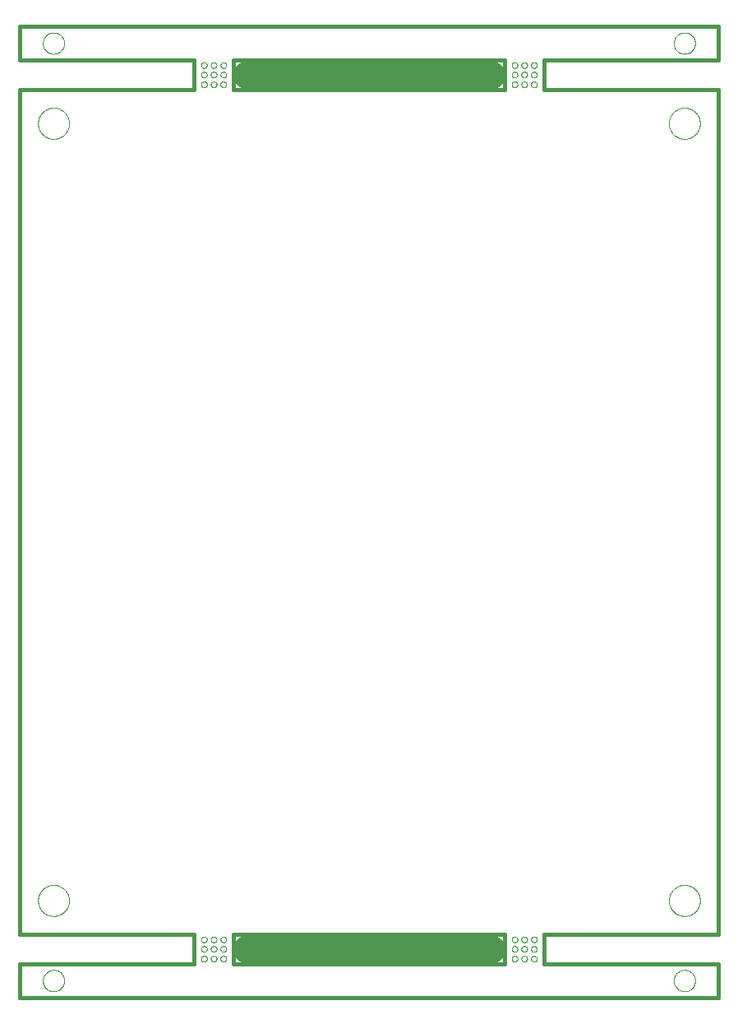
<source format=gko>
G75*
%MOIN*%
%OFA0B0*%
%FSLAX25Y25*%
%IPPOS*%
%LPD*%
%AMOC8*
5,1,8,0,0,1.08239X$1,22.5*
%
%ADD10C,0.00000*%
%ADD11C,0.01600*%
%ADD12C,0.11811*%
D10*
X0011466Y0008690D02*
X0011468Y0008821D01*
X0011474Y0008953D01*
X0011484Y0009084D01*
X0011498Y0009215D01*
X0011516Y0009345D01*
X0011538Y0009474D01*
X0011563Y0009603D01*
X0011593Y0009731D01*
X0011627Y0009858D01*
X0011664Y0009985D01*
X0011705Y0010109D01*
X0011750Y0010233D01*
X0011799Y0010355D01*
X0011851Y0010476D01*
X0011907Y0010594D01*
X0011967Y0010712D01*
X0012030Y0010827D01*
X0012097Y0010940D01*
X0012167Y0011052D01*
X0012240Y0011161D01*
X0012316Y0011267D01*
X0012396Y0011372D01*
X0012479Y0011474D01*
X0012565Y0011573D01*
X0012654Y0011670D01*
X0012746Y0011764D01*
X0012841Y0011855D01*
X0012938Y0011944D01*
X0013038Y0012029D01*
X0013141Y0012111D01*
X0013246Y0012190D01*
X0013353Y0012266D01*
X0013463Y0012338D01*
X0013575Y0012407D01*
X0013689Y0012473D01*
X0013804Y0012535D01*
X0013922Y0012594D01*
X0014041Y0012649D01*
X0014162Y0012701D01*
X0014285Y0012748D01*
X0014409Y0012792D01*
X0014534Y0012833D01*
X0014660Y0012869D01*
X0014788Y0012902D01*
X0014916Y0012930D01*
X0015045Y0012955D01*
X0015175Y0012976D01*
X0015305Y0012993D01*
X0015436Y0013006D01*
X0015567Y0013015D01*
X0015698Y0013020D01*
X0015830Y0013021D01*
X0015961Y0013018D01*
X0016093Y0013011D01*
X0016224Y0013000D01*
X0016354Y0012985D01*
X0016484Y0012966D01*
X0016614Y0012943D01*
X0016742Y0012917D01*
X0016870Y0012886D01*
X0016997Y0012851D01*
X0017123Y0012813D01*
X0017247Y0012771D01*
X0017371Y0012725D01*
X0017492Y0012675D01*
X0017612Y0012622D01*
X0017731Y0012565D01*
X0017848Y0012505D01*
X0017962Y0012441D01*
X0018075Y0012373D01*
X0018186Y0012302D01*
X0018295Y0012228D01*
X0018401Y0012151D01*
X0018505Y0012070D01*
X0018606Y0011987D01*
X0018705Y0011900D01*
X0018801Y0011810D01*
X0018894Y0011717D01*
X0018985Y0011622D01*
X0019072Y0011524D01*
X0019157Y0011423D01*
X0019238Y0011320D01*
X0019316Y0011214D01*
X0019391Y0011106D01*
X0019463Y0010996D01*
X0019531Y0010884D01*
X0019596Y0010770D01*
X0019657Y0010653D01*
X0019715Y0010535D01*
X0019769Y0010415D01*
X0019820Y0010294D01*
X0019867Y0010171D01*
X0019910Y0010047D01*
X0019949Y0009922D01*
X0019985Y0009795D01*
X0020016Y0009667D01*
X0020044Y0009539D01*
X0020068Y0009410D01*
X0020088Y0009280D01*
X0020104Y0009149D01*
X0020116Y0009018D01*
X0020124Y0008887D01*
X0020128Y0008756D01*
X0020128Y0008624D01*
X0020124Y0008493D01*
X0020116Y0008362D01*
X0020104Y0008231D01*
X0020088Y0008100D01*
X0020068Y0007970D01*
X0020044Y0007841D01*
X0020016Y0007713D01*
X0019985Y0007585D01*
X0019949Y0007458D01*
X0019910Y0007333D01*
X0019867Y0007209D01*
X0019820Y0007086D01*
X0019769Y0006965D01*
X0019715Y0006845D01*
X0019657Y0006727D01*
X0019596Y0006610D01*
X0019531Y0006496D01*
X0019463Y0006384D01*
X0019391Y0006274D01*
X0019316Y0006166D01*
X0019238Y0006060D01*
X0019157Y0005957D01*
X0019072Y0005856D01*
X0018985Y0005758D01*
X0018894Y0005663D01*
X0018801Y0005570D01*
X0018705Y0005480D01*
X0018606Y0005393D01*
X0018505Y0005310D01*
X0018401Y0005229D01*
X0018295Y0005152D01*
X0018186Y0005078D01*
X0018075Y0005007D01*
X0017963Y0004939D01*
X0017848Y0004875D01*
X0017731Y0004815D01*
X0017612Y0004758D01*
X0017492Y0004705D01*
X0017371Y0004655D01*
X0017247Y0004609D01*
X0017123Y0004567D01*
X0016997Y0004529D01*
X0016870Y0004494D01*
X0016742Y0004463D01*
X0016614Y0004437D01*
X0016484Y0004414D01*
X0016354Y0004395D01*
X0016224Y0004380D01*
X0016093Y0004369D01*
X0015961Y0004362D01*
X0015830Y0004359D01*
X0015698Y0004360D01*
X0015567Y0004365D01*
X0015436Y0004374D01*
X0015305Y0004387D01*
X0015175Y0004404D01*
X0015045Y0004425D01*
X0014916Y0004450D01*
X0014788Y0004478D01*
X0014660Y0004511D01*
X0014534Y0004547D01*
X0014409Y0004588D01*
X0014285Y0004632D01*
X0014162Y0004679D01*
X0014041Y0004731D01*
X0013922Y0004786D01*
X0013804Y0004845D01*
X0013689Y0004907D01*
X0013575Y0004973D01*
X0013463Y0005042D01*
X0013353Y0005114D01*
X0013246Y0005190D01*
X0013141Y0005269D01*
X0013038Y0005351D01*
X0012938Y0005436D01*
X0012841Y0005525D01*
X0012746Y0005616D01*
X0012654Y0005710D01*
X0012565Y0005807D01*
X0012479Y0005906D01*
X0012396Y0006008D01*
X0012316Y0006113D01*
X0012240Y0006219D01*
X0012167Y0006328D01*
X0012097Y0006440D01*
X0012030Y0006553D01*
X0011967Y0006668D01*
X0011907Y0006786D01*
X0011851Y0006904D01*
X0011799Y0007025D01*
X0011750Y0007147D01*
X0011705Y0007271D01*
X0011664Y0007395D01*
X0011627Y0007522D01*
X0011593Y0007649D01*
X0011563Y0007777D01*
X0011538Y0007906D01*
X0011516Y0008035D01*
X0011498Y0008165D01*
X0011484Y0008296D01*
X0011474Y0008427D01*
X0011468Y0008559D01*
X0011466Y0008690D01*
X0009498Y0041170D02*
X0009500Y0041328D01*
X0009506Y0041486D01*
X0009516Y0041644D01*
X0009530Y0041802D01*
X0009548Y0041959D01*
X0009569Y0042116D01*
X0009595Y0042272D01*
X0009625Y0042428D01*
X0009658Y0042583D01*
X0009696Y0042736D01*
X0009737Y0042889D01*
X0009782Y0043041D01*
X0009831Y0043192D01*
X0009884Y0043341D01*
X0009940Y0043489D01*
X0010000Y0043635D01*
X0010064Y0043780D01*
X0010132Y0043923D01*
X0010203Y0044065D01*
X0010277Y0044205D01*
X0010355Y0044342D01*
X0010437Y0044478D01*
X0010521Y0044612D01*
X0010610Y0044743D01*
X0010701Y0044872D01*
X0010796Y0044999D01*
X0010893Y0045124D01*
X0010994Y0045246D01*
X0011098Y0045365D01*
X0011205Y0045482D01*
X0011315Y0045596D01*
X0011428Y0045707D01*
X0011543Y0045816D01*
X0011661Y0045921D01*
X0011782Y0046023D01*
X0011905Y0046123D01*
X0012031Y0046219D01*
X0012159Y0046312D01*
X0012289Y0046402D01*
X0012422Y0046488D01*
X0012557Y0046572D01*
X0012693Y0046651D01*
X0012832Y0046728D01*
X0012973Y0046800D01*
X0013115Y0046870D01*
X0013259Y0046935D01*
X0013405Y0046997D01*
X0013552Y0047055D01*
X0013701Y0047110D01*
X0013851Y0047161D01*
X0014002Y0047208D01*
X0014154Y0047251D01*
X0014307Y0047290D01*
X0014462Y0047326D01*
X0014617Y0047357D01*
X0014773Y0047385D01*
X0014929Y0047409D01*
X0015086Y0047429D01*
X0015244Y0047445D01*
X0015401Y0047457D01*
X0015560Y0047465D01*
X0015718Y0047469D01*
X0015876Y0047469D01*
X0016034Y0047465D01*
X0016193Y0047457D01*
X0016350Y0047445D01*
X0016508Y0047429D01*
X0016665Y0047409D01*
X0016821Y0047385D01*
X0016977Y0047357D01*
X0017132Y0047326D01*
X0017287Y0047290D01*
X0017440Y0047251D01*
X0017592Y0047208D01*
X0017743Y0047161D01*
X0017893Y0047110D01*
X0018042Y0047055D01*
X0018189Y0046997D01*
X0018335Y0046935D01*
X0018479Y0046870D01*
X0018621Y0046800D01*
X0018762Y0046728D01*
X0018901Y0046651D01*
X0019037Y0046572D01*
X0019172Y0046488D01*
X0019305Y0046402D01*
X0019435Y0046312D01*
X0019563Y0046219D01*
X0019689Y0046123D01*
X0019812Y0046023D01*
X0019933Y0045921D01*
X0020051Y0045816D01*
X0020166Y0045707D01*
X0020279Y0045596D01*
X0020389Y0045482D01*
X0020496Y0045365D01*
X0020600Y0045246D01*
X0020701Y0045124D01*
X0020798Y0044999D01*
X0020893Y0044872D01*
X0020984Y0044743D01*
X0021073Y0044612D01*
X0021157Y0044478D01*
X0021239Y0044342D01*
X0021317Y0044205D01*
X0021391Y0044065D01*
X0021462Y0043923D01*
X0021530Y0043780D01*
X0021594Y0043635D01*
X0021654Y0043489D01*
X0021710Y0043341D01*
X0021763Y0043192D01*
X0021812Y0043041D01*
X0021857Y0042889D01*
X0021898Y0042736D01*
X0021936Y0042583D01*
X0021969Y0042428D01*
X0021999Y0042272D01*
X0022025Y0042116D01*
X0022046Y0041959D01*
X0022064Y0041802D01*
X0022078Y0041644D01*
X0022088Y0041486D01*
X0022094Y0041328D01*
X0022096Y0041170D01*
X0022094Y0041012D01*
X0022088Y0040854D01*
X0022078Y0040696D01*
X0022064Y0040538D01*
X0022046Y0040381D01*
X0022025Y0040224D01*
X0021999Y0040068D01*
X0021969Y0039912D01*
X0021936Y0039757D01*
X0021898Y0039604D01*
X0021857Y0039451D01*
X0021812Y0039299D01*
X0021763Y0039148D01*
X0021710Y0038999D01*
X0021654Y0038851D01*
X0021594Y0038705D01*
X0021530Y0038560D01*
X0021462Y0038417D01*
X0021391Y0038275D01*
X0021317Y0038135D01*
X0021239Y0037998D01*
X0021157Y0037862D01*
X0021073Y0037728D01*
X0020984Y0037597D01*
X0020893Y0037468D01*
X0020798Y0037341D01*
X0020701Y0037216D01*
X0020600Y0037094D01*
X0020496Y0036975D01*
X0020389Y0036858D01*
X0020279Y0036744D01*
X0020166Y0036633D01*
X0020051Y0036524D01*
X0019933Y0036419D01*
X0019812Y0036317D01*
X0019689Y0036217D01*
X0019563Y0036121D01*
X0019435Y0036028D01*
X0019305Y0035938D01*
X0019172Y0035852D01*
X0019037Y0035768D01*
X0018901Y0035689D01*
X0018762Y0035612D01*
X0018621Y0035540D01*
X0018479Y0035470D01*
X0018335Y0035405D01*
X0018189Y0035343D01*
X0018042Y0035285D01*
X0017893Y0035230D01*
X0017743Y0035179D01*
X0017592Y0035132D01*
X0017440Y0035089D01*
X0017287Y0035050D01*
X0017132Y0035014D01*
X0016977Y0034983D01*
X0016821Y0034955D01*
X0016665Y0034931D01*
X0016508Y0034911D01*
X0016350Y0034895D01*
X0016193Y0034883D01*
X0016034Y0034875D01*
X0015876Y0034871D01*
X0015718Y0034871D01*
X0015560Y0034875D01*
X0015401Y0034883D01*
X0015244Y0034895D01*
X0015086Y0034911D01*
X0014929Y0034931D01*
X0014773Y0034955D01*
X0014617Y0034983D01*
X0014462Y0035014D01*
X0014307Y0035050D01*
X0014154Y0035089D01*
X0014002Y0035132D01*
X0013851Y0035179D01*
X0013701Y0035230D01*
X0013552Y0035285D01*
X0013405Y0035343D01*
X0013259Y0035405D01*
X0013115Y0035470D01*
X0012973Y0035540D01*
X0012832Y0035612D01*
X0012693Y0035689D01*
X0012557Y0035768D01*
X0012422Y0035852D01*
X0012289Y0035938D01*
X0012159Y0036028D01*
X0012031Y0036121D01*
X0011905Y0036217D01*
X0011782Y0036317D01*
X0011661Y0036419D01*
X0011543Y0036524D01*
X0011428Y0036633D01*
X0011315Y0036744D01*
X0011205Y0036858D01*
X0011098Y0036975D01*
X0010994Y0037094D01*
X0010893Y0037216D01*
X0010796Y0037341D01*
X0010701Y0037468D01*
X0010610Y0037597D01*
X0010521Y0037728D01*
X0010437Y0037862D01*
X0010355Y0037998D01*
X0010277Y0038135D01*
X0010203Y0038275D01*
X0010132Y0038417D01*
X0010064Y0038560D01*
X0010000Y0038705D01*
X0009940Y0038851D01*
X0009884Y0038999D01*
X0009831Y0039148D01*
X0009782Y0039299D01*
X0009737Y0039451D01*
X0009696Y0039604D01*
X0009658Y0039757D01*
X0009625Y0039912D01*
X0009595Y0040068D01*
X0009569Y0040224D01*
X0009548Y0040381D01*
X0009530Y0040538D01*
X0009516Y0040696D01*
X0009506Y0040854D01*
X0009500Y0041012D01*
X0009498Y0041170D01*
X0075639Y0025422D02*
X0075641Y0025491D01*
X0075647Y0025559D01*
X0075657Y0025627D01*
X0075671Y0025694D01*
X0075689Y0025761D01*
X0075710Y0025826D01*
X0075736Y0025890D01*
X0075765Y0025952D01*
X0075797Y0026012D01*
X0075833Y0026071D01*
X0075873Y0026127D01*
X0075915Y0026181D01*
X0075961Y0026232D01*
X0076010Y0026281D01*
X0076061Y0026327D01*
X0076115Y0026369D01*
X0076171Y0026409D01*
X0076229Y0026445D01*
X0076290Y0026477D01*
X0076352Y0026506D01*
X0076416Y0026532D01*
X0076481Y0026553D01*
X0076548Y0026571D01*
X0076615Y0026585D01*
X0076683Y0026595D01*
X0076751Y0026601D01*
X0076820Y0026603D01*
X0076889Y0026601D01*
X0076957Y0026595D01*
X0077025Y0026585D01*
X0077092Y0026571D01*
X0077159Y0026553D01*
X0077224Y0026532D01*
X0077288Y0026506D01*
X0077350Y0026477D01*
X0077410Y0026445D01*
X0077469Y0026409D01*
X0077525Y0026369D01*
X0077579Y0026327D01*
X0077630Y0026281D01*
X0077679Y0026232D01*
X0077725Y0026181D01*
X0077767Y0026127D01*
X0077807Y0026071D01*
X0077843Y0026012D01*
X0077875Y0025952D01*
X0077904Y0025890D01*
X0077930Y0025826D01*
X0077951Y0025761D01*
X0077969Y0025694D01*
X0077983Y0025627D01*
X0077993Y0025559D01*
X0077999Y0025491D01*
X0078001Y0025422D01*
X0077999Y0025353D01*
X0077993Y0025285D01*
X0077983Y0025217D01*
X0077969Y0025150D01*
X0077951Y0025083D01*
X0077930Y0025018D01*
X0077904Y0024954D01*
X0077875Y0024892D01*
X0077843Y0024831D01*
X0077807Y0024773D01*
X0077767Y0024717D01*
X0077725Y0024663D01*
X0077679Y0024612D01*
X0077630Y0024563D01*
X0077579Y0024517D01*
X0077525Y0024475D01*
X0077469Y0024435D01*
X0077411Y0024399D01*
X0077350Y0024367D01*
X0077288Y0024338D01*
X0077224Y0024312D01*
X0077159Y0024291D01*
X0077092Y0024273D01*
X0077025Y0024259D01*
X0076957Y0024249D01*
X0076889Y0024243D01*
X0076820Y0024241D01*
X0076751Y0024243D01*
X0076683Y0024249D01*
X0076615Y0024259D01*
X0076548Y0024273D01*
X0076481Y0024291D01*
X0076416Y0024312D01*
X0076352Y0024338D01*
X0076290Y0024367D01*
X0076229Y0024399D01*
X0076171Y0024435D01*
X0076115Y0024475D01*
X0076061Y0024517D01*
X0076010Y0024563D01*
X0075961Y0024612D01*
X0075915Y0024663D01*
X0075873Y0024717D01*
X0075833Y0024773D01*
X0075797Y0024831D01*
X0075765Y0024892D01*
X0075736Y0024954D01*
X0075710Y0025018D01*
X0075689Y0025083D01*
X0075671Y0025150D01*
X0075657Y0025217D01*
X0075647Y0025285D01*
X0075641Y0025353D01*
X0075639Y0025422D01*
X0075639Y0021485D02*
X0075641Y0021554D01*
X0075647Y0021622D01*
X0075657Y0021690D01*
X0075671Y0021757D01*
X0075689Y0021824D01*
X0075710Y0021889D01*
X0075736Y0021953D01*
X0075765Y0022015D01*
X0075797Y0022075D01*
X0075833Y0022134D01*
X0075873Y0022190D01*
X0075915Y0022244D01*
X0075961Y0022295D01*
X0076010Y0022344D01*
X0076061Y0022390D01*
X0076115Y0022432D01*
X0076171Y0022472D01*
X0076229Y0022508D01*
X0076290Y0022540D01*
X0076352Y0022569D01*
X0076416Y0022595D01*
X0076481Y0022616D01*
X0076548Y0022634D01*
X0076615Y0022648D01*
X0076683Y0022658D01*
X0076751Y0022664D01*
X0076820Y0022666D01*
X0076889Y0022664D01*
X0076957Y0022658D01*
X0077025Y0022648D01*
X0077092Y0022634D01*
X0077159Y0022616D01*
X0077224Y0022595D01*
X0077288Y0022569D01*
X0077350Y0022540D01*
X0077410Y0022508D01*
X0077469Y0022472D01*
X0077525Y0022432D01*
X0077579Y0022390D01*
X0077630Y0022344D01*
X0077679Y0022295D01*
X0077725Y0022244D01*
X0077767Y0022190D01*
X0077807Y0022134D01*
X0077843Y0022075D01*
X0077875Y0022015D01*
X0077904Y0021953D01*
X0077930Y0021889D01*
X0077951Y0021824D01*
X0077969Y0021757D01*
X0077983Y0021690D01*
X0077993Y0021622D01*
X0077999Y0021554D01*
X0078001Y0021485D01*
X0077999Y0021416D01*
X0077993Y0021348D01*
X0077983Y0021280D01*
X0077969Y0021213D01*
X0077951Y0021146D01*
X0077930Y0021081D01*
X0077904Y0021017D01*
X0077875Y0020955D01*
X0077843Y0020894D01*
X0077807Y0020836D01*
X0077767Y0020780D01*
X0077725Y0020726D01*
X0077679Y0020675D01*
X0077630Y0020626D01*
X0077579Y0020580D01*
X0077525Y0020538D01*
X0077469Y0020498D01*
X0077411Y0020462D01*
X0077350Y0020430D01*
X0077288Y0020401D01*
X0077224Y0020375D01*
X0077159Y0020354D01*
X0077092Y0020336D01*
X0077025Y0020322D01*
X0076957Y0020312D01*
X0076889Y0020306D01*
X0076820Y0020304D01*
X0076751Y0020306D01*
X0076683Y0020312D01*
X0076615Y0020322D01*
X0076548Y0020336D01*
X0076481Y0020354D01*
X0076416Y0020375D01*
X0076352Y0020401D01*
X0076290Y0020430D01*
X0076229Y0020462D01*
X0076171Y0020498D01*
X0076115Y0020538D01*
X0076061Y0020580D01*
X0076010Y0020626D01*
X0075961Y0020675D01*
X0075915Y0020726D01*
X0075873Y0020780D01*
X0075833Y0020836D01*
X0075797Y0020894D01*
X0075765Y0020955D01*
X0075736Y0021017D01*
X0075710Y0021081D01*
X0075689Y0021146D01*
X0075671Y0021213D01*
X0075657Y0021280D01*
X0075647Y0021348D01*
X0075641Y0021416D01*
X0075639Y0021485D01*
X0075639Y0017548D02*
X0075641Y0017617D01*
X0075647Y0017685D01*
X0075657Y0017753D01*
X0075671Y0017820D01*
X0075689Y0017887D01*
X0075710Y0017952D01*
X0075736Y0018016D01*
X0075765Y0018078D01*
X0075797Y0018138D01*
X0075833Y0018197D01*
X0075873Y0018253D01*
X0075915Y0018307D01*
X0075961Y0018358D01*
X0076010Y0018407D01*
X0076061Y0018453D01*
X0076115Y0018495D01*
X0076171Y0018535D01*
X0076229Y0018571D01*
X0076290Y0018603D01*
X0076352Y0018632D01*
X0076416Y0018658D01*
X0076481Y0018679D01*
X0076548Y0018697D01*
X0076615Y0018711D01*
X0076683Y0018721D01*
X0076751Y0018727D01*
X0076820Y0018729D01*
X0076889Y0018727D01*
X0076957Y0018721D01*
X0077025Y0018711D01*
X0077092Y0018697D01*
X0077159Y0018679D01*
X0077224Y0018658D01*
X0077288Y0018632D01*
X0077350Y0018603D01*
X0077410Y0018571D01*
X0077469Y0018535D01*
X0077525Y0018495D01*
X0077579Y0018453D01*
X0077630Y0018407D01*
X0077679Y0018358D01*
X0077725Y0018307D01*
X0077767Y0018253D01*
X0077807Y0018197D01*
X0077843Y0018138D01*
X0077875Y0018078D01*
X0077904Y0018016D01*
X0077930Y0017952D01*
X0077951Y0017887D01*
X0077969Y0017820D01*
X0077983Y0017753D01*
X0077993Y0017685D01*
X0077999Y0017617D01*
X0078001Y0017548D01*
X0077999Y0017479D01*
X0077993Y0017411D01*
X0077983Y0017343D01*
X0077969Y0017276D01*
X0077951Y0017209D01*
X0077930Y0017144D01*
X0077904Y0017080D01*
X0077875Y0017018D01*
X0077843Y0016957D01*
X0077807Y0016899D01*
X0077767Y0016843D01*
X0077725Y0016789D01*
X0077679Y0016738D01*
X0077630Y0016689D01*
X0077579Y0016643D01*
X0077525Y0016601D01*
X0077469Y0016561D01*
X0077411Y0016525D01*
X0077350Y0016493D01*
X0077288Y0016464D01*
X0077224Y0016438D01*
X0077159Y0016417D01*
X0077092Y0016399D01*
X0077025Y0016385D01*
X0076957Y0016375D01*
X0076889Y0016369D01*
X0076820Y0016367D01*
X0076751Y0016369D01*
X0076683Y0016375D01*
X0076615Y0016385D01*
X0076548Y0016399D01*
X0076481Y0016417D01*
X0076416Y0016438D01*
X0076352Y0016464D01*
X0076290Y0016493D01*
X0076229Y0016525D01*
X0076171Y0016561D01*
X0076115Y0016601D01*
X0076061Y0016643D01*
X0076010Y0016689D01*
X0075961Y0016738D01*
X0075915Y0016789D01*
X0075873Y0016843D01*
X0075833Y0016899D01*
X0075797Y0016957D01*
X0075765Y0017018D01*
X0075736Y0017080D01*
X0075710Y0017144D01*
X0075689Y0017209D01*
X0075671Y0017276D01*
X0075657Y0017343D01*
X0075647Y0017411D01*
X0075641Y0017479D01*
X0075639Y0017548D01*
X0079576Y0017548D02*
X0079578Y0017617D01*
X0079584Y0017685D01*
X0079594Y0017753D01*
X0079608Y0017820D01*
X0079626Y0017887D01*
X0079647Y0017952D01*
X0079673Y0018016D01*
X0079702Y0018078D01*
X0079734Y0018138D01*
X0079770Y0018197D01*
X0079810Y0018253D01*
X0079852Y0018307D01*
X0079898Y0018358D01*
X0079947Y0018407D01*
X0079998Y0018453D01*
X0080052Y0018495D01*
X0080108Y0018535D01*
X0080166Y0018571D01*
X0080227Y0018603D01*
X0080289Y0018632D01*
X0080353Y0018658D01*
X0080418Y0018679D01*
X0080485Y0018697D01*
X0080552Y0018711D01*
X0080620Y0018721D01*
X0080688Y0018727D01*
X0080757Y0018729D01*
X0080826Y0018727D01*
X0080894Y0018721D01*
X0080962Y0018711D01*
X0081029Y0018697D01*
X0081096Y0018679D01*
X0081161Y0018658D01*
X0081225Y0018632D01*
X0081287Y0018603D01*
X0081347Y0018571D01*
X0081406Y0018535D01*
X0081462Y0018495D01*
X0081516Y0018453D01*
X0081567Y0018407D01*
X0081616Y0018358D01*
X0081662Y0018307D01*
X0081704Y0018253D01*
X0081744Y0018197D01*
X0081780Y0018138D01*
X0081812Y0018078D01*
X0081841Y0018016D01*
X0081867Y0017952D01*
X0081888Y0017887D01*
X0081906Y0017820D01*
X0081920Y0017753D01*
X0081930Y0017685D01*
X0081936Y0017617D01*
X0081938Y0017548D01*
X0081936Y0017479D01*
X0081930Y0017411D01*
X0081920Y0017343D01*
X0081906Y0017276D01*
X0081888Y0017209D01*
X0081867Y0017144D01*
X0081841Y0017080D01*
X0081812Y0017018D01*
X0081780Y0016957D01*
X0081744Y0016899D01*
X0081704Y0016843D01*
X0081662Y0016789D01*
X0081616Y0016738D01*
X0081567Y0016689D01*
X0081516Y0016643D01*
X0081462Y0016601D01*
X0081406Y0016561D01*
X0081348Y0016525D01*
X0081287Y0016493D01*
X0081225Y0016464D01*
X0081161Y0016438D01*
X0081096Y0016417D01*
X0081029Y0016399D01*
X0080962Y0016385D01*
X0080894Y0016375D01*
X0080826Y0016369D01*
X0080757Y0016367D01*
X0080688Y0016369D01*
X0080620Y0016375D01*
X0080552Y0016385D01*
X0080485Y0016399D01*
X0080418Y0016417D01*
X0080353Y0016438D01*
X0080289Y0016464D01*
X0080227Y0016493D01*
X0080166Y0016525D01*
X0080108Y0016561D01*
X0080052Y0016601D01*
X0079998Y0016643D01*
X0079947Y0016689D01*
X0079898Y0016738D01*
X0079852Y0016789D01*
X0079810Y0016843D01*
X0079770Y0016899D01*
X0079734Y0016957D01*
X0079702Y0017018D01*
X0079673Y0017080D01*
X0079647Y0017144D01*
X0079626Y0017209D01*
X0079608Y0017276D01*
X0079594Y0017343D01*
X0079584Y0017411D01*
X0079578Y0017479D01*
X0079576Y0017548D01*
X0079576Y0021485D02*
X0079578Y0021554D01*
X0079584Y0021622D01*
X0079594Y0021690D01*
X0079608Y0021757D01*
X0079626Y0021824D01*
X0079647Y0021889D01*
X0079673Y0021953D01*
X0079702Y0022015D01*
X0079734Y0022075D01*
X0079770Y0022134D01*
X0079810Y0022190D01*
X0079852Y0022244D01*
X0079898Y0022295D01*
X0079947Y0022344D01*
X0079998Y0022390D01*
X0080052Y0022432D01*
X0080108Y0022472D01*
X0080166Y0022508D01*
X0080227Y0022540D01*
X0080289Y0022569D01*
X0080353Y0022595D01*
X0080418Y0022616D01*
X0080485Y0022634D01*
X0080552Y0022648D01*
X0080620Y0022658D01*
X0080688Y0022664D01*
X0080757Y0022666D01*
X0080826Y0022664D01*
X0080894Y0022658D01*
X0080962Y0022648D01*
X0081029Y0022634D01*
X0081096Y0022616D01*
X0081161Y0022595D01*
X0081225Y0022569D01*
X0081287Y0022540D01*
X0081347Y0022508D01*
X0081406Y0022472D01*
X0081462Y0022432D01*
X0081516Y0022390D01*
X0081567Y0022344D01*
X0081616Y0022295D01*
X0081662Y0022244D01*
X0081704Y0022190D01*
X0081744Y0022134D01*
X0081780Y0022075D01*
X0081812Y0022015D01*
X0081841Y0021953D01*
X0081867Y0021889D01*
X0081888Y0021824D01*
X0081906Y0021757D01*
X0081920Y0021690D01*
X0081930Y0021622D01*
X0081936Y0021554D01*
X0081938Y0021485D01*
X0081936Y0021416D01*
X0081930Y0021348D01*
X0081920Y0021280D01*
X0081906Y0021213D01*
X0081888Y0021146D01*
X0081867Y0021081D01*
X0081841Y0021017D01*
X0081812Y0020955D01*
X0081780Y0020894D01*
X0081744Y0020836D01*
X0081704Y0020780D01*
X0081662Y0020726D01*
X0081616Y0020675D01*
X0081567Y0020626D01*
X0081516Y0020580D01*
X0081462Y0020538D01*
X0081406Y0020498D01*
X0081348Y0020462D01*
X0081287Y0020430D01*
X0081225Y0020401D01*
X0081161Y0020375D01*
X0081096Y0020354D01*
X0081029Y0020336D01*
X0080962Y0020322D01*
X0080894Y0020312D01*
X0080826Y0020306D01*
X0080757Y0020304D01*
X0080688Y0020306D01*
X0080620Y0020312D01*
X0080552Y0020322D01*
X0080485Y0020336D01*
X0080418Y0020354D01*
X0080353Y0020375D01*
X0080289Y0020401D01*
X0080227Y0020430D01*
X0080166Y0020462D01*
X0080108Y0020498D01*
X0080052Y0020538D01*
X0079998Y0020580D01*
X0079947Y0020626D01*
X0079898Y0020675D01*
X0079852Y0020726D01*
X0079810Y0020780D01*
X0079770Y0020836D01*
X0079734Y0020894D01*
X0079702Y0020955D01*
X0079673Y0021017D01*
X0079647Y0021081D01*
X0079626Y0021146D01*
X0079608Y0021213D01*
X0079594Y0021280D01*
X0079584Y0021348D01*
X0079578Y0021416D01*
X0079576Y0021485D01*
X0079576Y0025422D02*
X0079578Y0025491D01*
X0079584Y0025559D01*
X0079594Y0025627D01*
X0079608Y0025694D01*
X0079626Y0025761D01*
X0079647Y0025826D01*
X0079673Y0025890D01*
X0079702Y0025952D01*
X0079734Y0026012D01*
X0079770Y0026071D01*
X0079810Y0026127D01*
X0079852Y0026181D01*
X0079898Y0026232D01*
X0079947Y0026281D01*
X0079998Y0026327D01*
X0080052Y0026369D01*
X0080108Y0026409D01*
X0080166Y0026445D01*
X0080227Y0026477D01*
X0080289Y0026506D01*
X0080353Y0026532D01*
X0080418Y0026553D01*
X0080485Y0026571D01*
X0080552Y0026585D01*
X0080620Y0026595D01*
X0080688Y0026601D01*
X0080757Y0026603D01*
X0080826Y0026601D01*
X0080894Y0026595D01*
X0080962Y0026585D01*
X0081029Y0026571D01*
X0081096Y0026553D01*
X0081161Y0026532D01*
X0081225Y0026506D01*
X0081287Y0026477D01*
X0081347Y0026445D01*
X0081406Y0026409D01*
X0081462Y0026369D01*
X0081516Y0026327D01*
X0081567Y0026281D01*
X0081616Y0026232D01*
X0081662Y0026181D01*
X0081704Y0026127D01*
X0081744Y0026071D01*
X0081780Y0026012D01*
X0081812Y0025952D01*
X0081841Y0025890D01*
X0081867Y0025826D01*
X0081888Y0025761D01*
X0081906Y0025694D01*
X0081920Y0025627D01*
X0081930Y0025559D01*
X0081936Y0025491D01*
X0081938Y0025422D01*
X0081936Y0025353D01*
X0081930Y0025285D01*
X0081920Y0025217D01*
X0081906Y0025150D01*
X0081888Y0025083D01*
X0081867Y0025018D01*
X0081841Y0024954D01*
X0081812Y0024892D01*
X0081780Y0024831D01*
X0081744Y0024773D01*
X0081704Y0024717D01*
X0081662Y0024663D01*
X0081616Y0024612D01*
X0081567Y0024563D01*
X0081516Y0024517D01*
X0081462Y0024475D01*
X0081406Y0024435D01*
X0081348Y0024399D01*
X0081287Y0024367D01*
X0081225Y0024338D01*
X0081161Y0024312D01*
X0081096Y0024291D01*
X0081029Y0024273D01*
X0080962Y0024259D01*
X0080894Y0024249D01*
X0080826Y0024243D01*
X0080757Y0024241D01*
X0080688Y0024243D01*
X0080620Y0024249D01*
X0080552Y0024259D01*
X0080485Y0024273D01*
X0080418Y0024291D01*
X0080353Y0024312D01*
X0080289Y0024338D01*
X0080227Y0024367D01*
X0080166Y0024399D01*
X0080108Y0024435D01*
X0080052Y0024475D01*
X0079998Y0024517D01*
X0079947Y0024563D01*
X0079898Y0024612D01*
X0079852Y0024663D01*
X0079810Y0024717D01*
X0079770Y0024773D01*
X0079734Y0024831D01*
X0079702Y0024892D01*
X0079673Y0024954D01*
X0079647Y0025018D01*
X0079626Y0025083D01*
X0079608Y0025150D01*
X0079594Y0025217D01*
X0079584Y0025285D01*
X0079578Y0025353D01*
X0079576Y0025422D01*
X0083513Y0025422D02*
X0083515Y0025491D01*
X0083521Y0025559D01*
X0083531Y0025627D01*
X0083545Y0025694D01*
X0083563Y0025761D01*
X0083584Y0025826D01*
X0083610Y0025890D01*
X0083639Y0025952D01*
X0083671Y0026012D01*
X0083707Y0026071D01*
X0083747Y0026127D01*
X0083789Y0026181D01*
X0083835Y0026232D01*
X0083884Y0026281D01*
X0083935Y0026327D01*
X0083989Y0026369D01*
X0084045Y0026409D01*
X0084103Y0026445D01*
X0084164Y0026477D01*
X0084226Y0026506D01*
X0084290Y0026532D01*
X0084355Y0026553D01*
X0084422Y0026571D01*
X0084489Y0026585D01*
X0084557Y0026595D01*
X0084625Y0026601D01*
X0084694Y0026603D01*
X0084763Y0026601D01*
X0084831Y0026595D01*
X0084899Y0026585D01*
X0084966Y0026571D01*
X0085033Y0026553D01*
X0085098Y0026532D01*
X0085162Y0026506D01*
X0085224Y0026477D01*
X0085284Y0026445D01*
X0085343Y0026409D01*
X0085399Y0026369D01*
X0085453Y0026327D01*
X0085504Y0026281D01*
X0085553Y0026232D01*
X0085599Y0026181D01*
X0085641Y0026127D01*
X0085681Y0026071D01*
X0085717Y0026012D01*
X0085749Y0025952D01*
X0085778Y0025890D01*
X0085804Y0025826D01*
X0085825Y0025761D01*
X0085843Y0025694D01*
X0085857Y0025627D01*
X0085867Y0025559D01*
X0085873Y0025491D01*
X0085875Y0025422D01*
X0085873Y0025353D01*
X0085867Y0025285D01*
X0085857Y0025217D01*
X0085843Y0025150D01*
X0085825Y0025083D01*
X0085804Y0025018D01*
X0085778Y0024954D01*
X0085749Y0024892D01*
X0085717Y0024831D01*
X0085681Y0024773D01*
X0085641Y0024717D01*
X0085599Y0024663D01*
X0085553Y0024612D01*
X0085504Y0024563D01*
X0085453Y0024517D01*
X0085399Y0024475D01*
X0085343Y0024435D01*
X0085285Y0024399D01*
X0085224Y0024367D01*
X0085162Y0024338D01*
X0085098Y0024312D01*
X0085033Y0024291D01*
X0084966Y0024273D01*
X0084899Y0024259D01*
X0084831Y0024249D01*
X0084763Y0024243D01*
X0084694Y0024241D01*
X0084625Y0024243D01*
X0084557Y0024249D01*
X0084489Y0024259D01*
X0084422Y0024273D01*
X0084355Y0024291D01*
X0084290Y0024312D01*
X0084226Y0024338D01*
X0084164Y0024367D01*
X0084103Y0024399D01*
X0084045Y0024435D01*
X0083989Y0024475D01*
X0083935Y0024517D01*
X0083884Y0024563D01*
X0083835Y0024612D01*
X0083789Y0024663D01*
X0083747Y0024717D01*
X0083707Y0024773D01*
X0083671Y0024831D01*
X0083639Y0024892D01*
X0083610Y0024954D01*
X0083584Y0025018D01*
X0083563Y0025083D01*
X0083545Y0025150D01*
X0083531Y0025217D01*
X0083521Y0025285D01*
X0083515Y0025353D01*
X0083513Y0025422D01*
X0083513Y0021485D02*
X0083515Y0021554D01*
X0083521Y0021622D01*
X0083531Y0021690D01*
X0083545Y0021757D01*
X0083563Y0021824D01*
X0083584Y0021889D01*
X0083610Y0021953D01*
X0083639Y0022015D01*
X0083671Y0022075D01*
X0083707Y0022134D01*
X0083747Y0022190D01*
X0083789Y0022244D01*
X0083835Y0022295D01*
X0083884Y0022344D01*
X0083935Y0022390D01*
X0083989Y0022432D01*
X0084045Y0022472D01*
X0084103Y0022508D01*
X0084164Y0022540D01*
X0084226Y0022569D01*
X0084290Y0022595D01*
X0084355Y0022616D01*
X0084422Y0022634D01*
X0084489Y0022648D01*
X0084557Y0022658D01*
X0084625Y0022664D01*
X0084694Y0022666D01*
X0084763Y0022664D01*
X0084831Y0022658D01*
X0084899Y0022648D01*
X0084966Y0022634D01*
X0085033Y0022616D01*
X0085098Y0022595D01*
X0085162Y0022569D01*
X0085224Y0022540D01*
X0085284Y0022508D01*
X0085343Y0022472D01*
X0085399Y0022432D01*
X0085453Y0022390D01*
X0085504Y0022344D01*
X0085553Y0022295D01*
X0085599Y0022244D01*
X0085641Y0022190D01*
X0085681Y0022134D01*
X0085717Y0022075D01*
X0085749Y0022015D01*
X0085778Y0021953D01*
X0085804Y0021889D01*
X0085825Y0021824D01*
X0085843Y0021757D01*
X0085857Y0021690D01*
X0085867Y0021622D01*
X0085873Y0021554D01*
X0085875Y0021485D01*
X0085873Y0021416D01*
X0085867Y0021348D01*
X0085857Y0021280D01*
X0085843Y0021213D01*
X0085825Y0021146D01*
X0085804Y0021081D01*
X0085778Y0021017D01*
X0085749Y0020955D01*
X0085717Y0020894D01*
X0085681Y0020836D01*
X0085641Y0020780D01*
X0085599Y0020726D01*
X0085553Y0020675D01*
X0085504Y0020626D01*
X0085453Y0020580D01*
X0085399Y0020538D01*
X0085343Y0020498D01*
X0085285Y0020462D01*
X0085224Y0020430D01*
X0085162Y0020401D01*
X0085098Y0020375D01*
X0085033Y0020354D01*
X0084966Y0020336D01*
X0084899Y0020322D01*
X0084831Y0020312D01*
X0084763Y0020306D01*
X0084694Y0020304D01*
X0084625Y0020306D01*
X0084557Y0020312D01*
X0084489Y0020322D01*
X0084422Y0020336D01*
X0084355Y0020354D01*
X0084290Y0020375D01*
X0084226Y0020401D01*
X0084164Y0020430D01*
X0084103Y0020462D01*
X0084045Y0020498D01*
X0083989Y0020538D01*
X0083935Y0020580D01*
X0083884Y0020626D01*
X0083835Y0020675D01*
X0083789Y0020726D01*
X0083747Y0020780D01*
X0083707Y0020836D01*
X0083671Y0020894D01*
X0083639Y0020955D01*
X0083610Y0021017D01*
X0083584Y0021081D01*
X0083563Y0021146D01*
X0083545Y0021213D01*
X0083531Y0021280D01*
X0083521Y0021348D01*
X0083515Y0021416D01*
X0083513Y0021485D01*
X0083513Y0017548D02*
X0083515Y0017617D01*
X0083521Y0017685D01*
X0083531Y0017753D01*
X0083545Y0017820D01*
X0083563Y0017887D01*
X0083584Y0017952D01*
X0083610Y0018016D01*
X0083639Y0018078D01*
X0083671Y0018138D01*
X0083707Y0018197D01*
X0083747Y0018253D01*
X0083789Y0018307D01*
X0083835Y0018358D01*
X0083884Y0018407D01*
X0083935Y0018453D01*
X0083989Y0018495D01*
X0084045Y0018535D01*
X0084103Y0018571D01*
X0084164Y0018603D01*
X0084226Y0018632D01*
X0084290Y0018658D01*
X0084355Y0018679D01*
X0084422Y0018697D01*
X0084489Y0018711D01*
X0084557Y0018721D01*
X0084625Y0018727D01*
X0084694Y0018729D01*
X0084763Y0018727D01*
X0084831Y0018721D01*
X0084899Y0018711D01*
X0084966Y0018697D01*
X0085033Y0018679D01*
X0085098Y0018658D01*
X0085162Y0018632D01*
X0085224Y0018603D01*
X0085284Y0018571D01*
X0085343Y0018535D01*
X0085399Y0018495D01*
X0085453Y0018453D01*
X0085504Y0018407D01*
X0085553Y0018358D01*
X0085599Y0018307D01*
X0085641Y0018253D01*
X0085681Y0018197D01*
X0085717Y0018138D01*
X0085749Y0018078D01*
X0085778Y0018016D01*
X0085804Y0017952D01*
X0085825Y0017887D01*
X0085843Y0017820D01*
X0085857Y0017753D01*
X0085867Y0017685D01*
X0085873Y0017617D01*
X0085875Y0017548D01*
X0085873Y0017479D01*
X0085867Y0017411D01*
X0085857Y0017343D01*
X0085843Y0017276D01*
X0085825Y0017209D01*
X0085804Y0017144D01*
X0085778Y0017080D01*
X0085749Y0017018D01*
X0085717Y0016957D01*
X0085681Y0016899D01*
X0085641Y0016843D01*
X0085599Y0016789D01*
X0085553Y0016738D01*
X0085504Y0016689D01*
X0085453Y0016643D01*
X0085399Y0016601D01*
X0085343Y0016561D01*
X0085285Y0016525D01*
X0085224Y0016493D01*
X0085162Y0016464D01*
X0085098Y0016438D01*
X0085033Y0016417D01*
X0084966Y0016399D01*
X0084899Y0016385D01*
X0084831Y0016375D01*
X0084763Y0016369D01*
X0084694Y0016367D01*
X0084625Y0016369D01*
X0084557Y0016375D01*
X0084489Y0016385D01*
X0084422Y0016399D01*
X0084355Y0016417D01*
X0084290Y0016438D01*
X0084226Y0016464D01*
X0084164Y0016493D01*
X0084103Y0016525D01*
X0084045Y0016561D01*
X0083989Y0016601D01*
X0083935Y0016643D01*
X0083884Y0016689D01*
X0083835Y0016738D01*
X0083789Y0016789D01*
X0083747Y0016843D01*
X0083707Y0016899D01*
X0083671Y0016957D01*
X0083639Y0017018D01*
X0083610Y0017080D01*
X0083584Y0017144D01*
X0083563Y0017209D01*
X0083545Y0017276D01*
X0083531Y0017343D01*
X0083521Y0017411D01*
X0083515Y0017479D01*
X0083513Y0017548D01*
X0201624Y0017548D02*
X0201626Y0017617D01*
X0201632Y0017685D01*
X0201642Y0017753D01*
X0201656Y0017820D01*
X0201674Y0017887D01*
X0201695Y0017952D01*
X0201721Y0018016D01*
X0201750Y0018078D01*
X0201782Y0018138D01*
X0201818Y0018197D01*
X0201858Y0018253D01*
X0201900Y0018307D01*
X0201946Y0018358D01*
X0201995Y0018407D01*
X0202046Y0018453D01*
X0202100Y0018495D01*
X0202156Y0018535D01*
X0202214Y0018571D01*
X0202275Y0018603D01*
X0202337Y0018632D01*
X0202401Y0018658D01*
X0202466Y0018679D01*
X0202533Y0018697D01*
X0202600Y0018711D01*
X0202668Y0018721D01*
X0202736Y0018727D01*
X0202805Y0018729D01*
X0202874Y0018727D01*
X0202942Y0018721D01*
X0203010Y0018711D01*
X0203077Y0018697D01*
X0203144Y0018679D01*
X0203209Y0018658D01*
X0203273Y0018632D01*
X0203335Y0018603D01*
X0203395Y0018571D01*
X0203454Y0018535D01*
X0203510Y0018495D01*
X0203564Y0018453D01*
X0203615Y0018407D01*
X0203664Y0018358D01*
X0203710Y0018307D01*
X0203752Y0018253D01*
X0203792Y0018197D01*
X0203828Y0018138D01*
X0203860Y0018078D01*
X0203889Y0018016D01*
X0203915Y0017952D01*
X0203936Y0017887D01*
X0203954Y0017820D01*
X0203968Y0017753D01*
X0203978Y0017685D01*
X0203984Y0017617D01*
X0203986Y0017548D01*
X0203984Y0017479D01*
X0203978Y0017411D01*
X0203968Y0017343D01*
X0203954Y0017276D01*
X0203936Y0017209D01*
X0203915Y0017144D01*
X0203889Y0017080D01*
X0203860Y0017018D01*
X0203828Y0016957D01*
X0203792Y0016899D01*
X0203752Y0016843D01*
X0203710Y0016789D01*
X0203664Y0016738D01*
X0203615Y0016689D01*
X0203564Y0016643D01*
X0203510Y0016601D01*
X0203454Y0016561D01*
X0203396Y0016525D01*
X0203335Y0016493D01*
X0203273Y0016464D01*
X0203209Y0016438D01*
X0203144Y0016417D01*
X0203077Y0016399D01*
X0203010Y0016385D01*
X0202942Y0016375D01*
X0202874Y0016369D01*
X0202805Y0016367D01*
X0202736Y0016369D01*
X0202668Y0016375D01*
X0202600Y0016385D01*
X0202533Y0016399D01*
X0202466Y0016417D01*
X0202401Y0016438D01*
X0202337Y0016464D01*
X0202275Y0016493D01*
X0202214Y0016525D01*
X0202156Y0016561D01*
X0202100Y0016601D01*
X0202046Y0016643D01*
X0201995Y0016689D01*
X0201946Y0016738D01*
X0201900Y0016789D01*
X0201858Y0016843D01*
X0201818Y0016899D01*
X0201782Y0016957D01*
X0201750Y0017018D01*
X0201721Y0017080D01*
X0201695Y0017144D01*
X0201674Y0017209D01*
X0201656Y0017276D01*
X0201642Y0017343D01*
X0201632Y0017411D01*
X0201626Y0017479D01*
X0201624Y0017548D01*
X0201624Y0021485D02*
X0201626Y0021554D01*
X0201632Y0021622D01*
X0201642Y0021690D01*
X0201656Y0021757D01*
X0201674Y0021824D01*
X0201695Y0021889D01*
X0201721Y0021953D01*
X0201750Y0022015D01*
X0201782Y0022075D01*
X0201818Y0022134D01*
X0201858Y0022190D01*
X0201900Y0022244D01*
X0201946Y0022295D01*
X0201995Y0022344D01*
X0202046Y0022390D01*
X0202100Y0022432D01*
X0202156Y0022472D01*
X0202214Y0022508D01*
X0202275Y0022540D01*
X0202337Y0022569D01*
X0202401Y0022595D01*
X0202466Y0022616D01*
X0202533Y0022634D01*
X0202600Y0022648D01*
X0202668Y0022658D01*
X0202736Y0022664D01*
X0202805Y0022666D01*
X0202874Y0022664D01*
X0202942Y0022658D01*
X0203010Y0022648D01*
X0203077Y0022634D01*
X0203144Y0022616D01*
X0203209Y0022595D01*
X0203273Y0022569D01*
X0203335Y0022540D01*
X0203395Y0022508D01*
X0203454Y0022472D01*
X0203510Y0022432D01*
X0203564Y0022390D01*
X0203615Y0022344D01*
X0203664Y0022295D01*
X0203710Y0022244D01*
X0203752Y0022190D01*
X0203792Y0022134D01*
X0203828Y0022075D01*
X0203860Y0022015D01*
X0203889Y0021953D01*
X0203915Y0021889D01*
X0203936Y0021824D01*
X0203954Y0021757D01*
X0203968Y0021690D01*
X0203978Y0021622D01*
X0203984Y0021554D01*
X0203986Y0021485D01*
X0203984Y0021416D01*
X0203978Y0021348D01*
X0203968Y0021280D01*
X0203954Y0021213D01*
X0203936Y0021146D01*
X0203915Y0021081D01*
X0203889Y0021017D01*
X0203860Y0020955D01*
X0203828Y0020894D01*
X0203792Y0020836D01*
X0203752Y0020780D01*
X0203710Y0020726D01*
X0203664Y0020675D01*
X0203615Y0020626D01*
X0203564Y0020580D01*
X0203510Y0020538D01*
X0203454Y0020498D01*
X0203396Y0020462D01*
X0203335Y0020430D01*
X0203273Y0020401D01*
X0203209Y0020375D01*
X0203144Y0020354D01*
X0203077Y0020336D01*
X0203010Y0020322D01*
X0202942Y0020312D01*
X0202874Y0020306D01*
X0202805Y0020304D01*
X0202736Y0020306D01*
X0202668Y0020312D01*
X0202600Y0020322D01*
X0202533Y0020336D01*
X0202466Y0020354D01*
X0202401Y0020375D01*
X0202337Y0020401D01*
X0202275Y0020430D01*
X0202214Y0020462D01*
X0202156Y0020498D01*
X0202100Y0020538D01*
X0202046Y0020580D01*
X0201995Y0020626D01*
X0201946Y0020675D01*
X0201900Y0020726D01*
X0201858Y0020780D01*
X0201818Y0020836D01*
X0201782Y0020894D01*
X0201750Y0020955D01*
X0201721Y0021017D01*
X0201695Y0021081D01*
X0201674Y0021146D01*
X0201656Y0021213D01*
X0201642Y0021280D01*
X0201632Y0021348D01*
X0201626Y0021416D01*
X0201624Y0021485D01*
X0201624Y0025422D02*
X0201626Y0025491D01*
X0201632Y0025559D01*
X0201642Y0025627D01*
X0201656Y0025694D01*
X0201674Y0025761D01*
X0201695Y0025826D01*
X0201721Y0025890D01*
X0201750Y0025952D01*
X0201782Y0026012D01*
X0201818Y0026071D01*
X0201858Y0026127D01*
X0201900Y0026181D01*
X0201946Y0026232D01*
X0201995Y0026281D01*
X0202046Y0026327D01*
X0202100Y0026369D01*
X0202156Y0026409D01*
X0202214Y0026445D01*
X0202275Y0026477D01*
X0202337Y0026506D01*
X0202401Y0026532D01*
X0202466Y0026553D01*
X0202533Y0026571D01*
X0202600Y0026585D01*
X0202668Y0026595D01*
X0202736Y0026601D01*
X0202805Y0026603D01*
X0202874Y0026601D01*
X0202942Y0026595D01*
X0203010Y0026585D01*
X0203077Y0026571D01*
X0203144Y0026553D01*
X0203209Y0026532D01*
X0203273Y0026506D01*
X0203335Y0026477D01*
X0203395Y0026445D01*
X0203454Y0026409D01*
X0203510Y0026369D01*
X0203564Y0026327D01*
X0203615Y0026281D01*
X0203664Y0026232D01*
X0203710Y0026181D01*
X0203752Y0026127D01*
X0203792Y0026071D01*
X0203828Y0026012D01*
X0203860Y0025952D01*
X0203889Y0025890D01*
X0203915Y0025826D01*
X0203936Y0025761D01*
X0203954Y0025694D01*
X0203968Y0025627D01*
X0203978Y0025559D01*
X0203984Y0025491D01*
X0203986Y0025422D01*
X0203984Y0025353D01*
X0203978Y0025285D01*
X0203968Y0025217D01*
X0203954Y0025150D01*
X0203936Y0025083D01*
X0203915Y0025018D01*
X0203889Y0024954D01*
X0203860Y0024892D01*
X0203828Y0024831D01*
X0203792Y0024773D01*
X0203752Y0024717D01*
X0203710Y0024663D01*
X0203664Y0024612D01*
X0203615Y0024563D01*
X0203564Y0024517D01*
X0203510Y0024475D01*
X0203454Y0024435D01*
X0203396Y0024399D01*
X0203335Y0024367D01*
X0203273Y0024338D01*
X0203209Y0024312D01*
X0203144Y0024291D01*
X0203077Y0024273D01*
X0203010Y0024259D01*
X0202942Y0024249D01*
X0202874Y0024243D01*
X0202805Y0024241D01*
X0202736Y0024243D01*
X0202668Y0024249D01*
X0202600Y0024259D01*
X0202533Y0024273D01*
X0202466Y0024291D01*
X0202401Y0024312D01*
X0202337Y0024338D01*
X0202275Y0024367D01*
X0202214Y0024399D01*
X0202156Y0024435D01*
X0202100Y0024475D01*
X0202046Y0024517D01*
X0201995Y0024563D01*
X0201946Y0024612D01*
X0201900Y0024663D01*
X0201858Y0024717D01*
X0201818Y0024773D01*
X0201782Y0024831D01*
X0201750Y0024892D01*
X0201721Y0024954D01*
X0201695Y0025018D01*
X0201674Y0025083D01*
X0201656Y0025150D01*
X0201642Y0025217D01*
X0201632Y0025285D01*
X0201626Y0025353D01*
X0201624Y0025422D01*
X0205561Y0025422D02*
X0205563Y0025491D01*
X0205569Y0025559D01*
X0205579Y0025627D01*
X0205593Y0025694D01*
X0205611Y0025761D01*
X0205632Y0025826D01*
X0205658Y0025890D01*
X0205687Y0025952D01*
X0205719Y0026012D01*
X0205755Y0026071D01*
X0205795Y0026127D01*
X0205837Y0026181D01*
X0205883Y0026232D01*
X0205932Y0026281D01*
X0205983Y0026327D01*
X0206037Y0026369D01*
X0206093Y0026409D01*
X0206151Y0026445D01*
X0206212Y0026477D01*
X0206274Y0026506D01*
X0206338Y0026532D01*
X0206403Y0026553D01*
X0206470Y0026571D01*
X0206537Y0026585D01*
X0206605Y0026595D01*
X0206673Y0026601D01*
X0206742Y0026603D01*
X0206811Y0026601D01*
X0206879Y0026595D01*
X0206947Y0026585D01*
X0207014Y0026571D01*
X0207081Y0026553D01*
X0207146Y0026532D01*
X0207210Y0026506D01*
X0207272Y0026477D01*
X0207332Y0026445D01*
X0207391Y0026409D01*
X0207447Y0026369D01*
X0207501Y0026327D01*
X0207552Y0026281D01*
X0207601Y0026232D01*
X0207647Y0026181D01*
X0207689Y0026127D01*
X0207729Y0026071D01*
X0207765Y0026012D01*
X0207797Y0025952D01*
X0207826Y0025890D01*
X0207852Y0025826D01*
X0207873Y0025761D01*
X0207891Y0025694D01*
X0207905Y0025627D01*
X0207915Y0025559D01*
X0207921Y0025491D01*
X0207923Y0025422D01*
X0207921Y0025353D01*
X0207915Y0025285D01*
X0207905Y0025217D01*
X0207891Y0025150D01*
X0207873Y0025083D01*
X0207852Y0025018D01*
X0207826Y0024954D01*
X0207797Y0024892D01*
X0207765Y0024831D01*
X0207729Y0024773D01*
X0207689Y0024717D01*
X0207647Y0024663D01*
X0207601Y0024612D01*
X0207552Y0024563D01*
X0207501Y0024517D01*
X0207447Y0024475D01*
X0207391Y0024435D01*
X0207333Y0024399D01*
X0207272Y0024367D01*
X0207210Y0024338D01*
X0207146Y0024312D01*
X0207081Y0024291D01*
X0207014Y0024273D01*
X0206947Y0024259D01*
X0206879Y0024249D01*
X0206811Y0024243D01*
X0206742Y0024241D01*
X0206673Y0024243D01*
X0206605Y0024249D01*
X0206537Y0024259D01*
X0206470Y0024273D01*
X0206403Y0024291D01*
X0206338Y0024312D01*
X0206274Y0024338D01*
X0206212Y0024367D01*
X0206151Y0024399D01*
X0206093Y0024435D01*
X0206037Y0024475D01*
X0205983Y0024517D01*
X0205932Y0024563D01*
X0205883Y0024612D01*
X0205837Y0024663D01*
X0205795Y0024717D01*
X0205755Y0024773D01*
X0205719Y0024831D01*
X0205687Y0024892D01*
X0205658Y0024954D01*
X0205632Y0025018D01*
X0205611Y0025083D01*
X0205593Y0025150D01*
X0205579Y0025217D01*
X0205569Y0025285D01*
X0205563Y0025353D01*
X0205561Y0025422D01*
X0205561Y0021485D02*
X0205563Y0021554D01*
X0205569Y0021622D01*
X0205579Y0021690D01*
X0205593Y0021757D01*
X0205611Y0021824D01*
X0205632Y0021889D01*
X0205658Y0021953D01*
X0205687Y0022015D01*
X0205719Y0022075D01*
X0205755Y0022134D01*
X0205795Y0022190D01*
X0205837Y0022244D01*
X0205883Y0022295D01*
X0205932Y0022344D01*
X0205983Y0022390D01*
X0206037Y0022432D01*
X0206093Y0022472D01*
X0206151Y0022508D01*
X0206212Y0022540D01*
X0206274Y0022569D01*
X0206338Y0022595D01*
X0206403Y0022616D01*
X0206470Y0022634D01*
X0206537Y0022648D01*
X0206605Y0022658D01*
X0206673Y0022664D01*
X0206742Y0022666D01*
X0206811Y0022664D01*
X0206879Y0022658D01*
X0206947Y0022648D01*
X0207014Y0022634D01*
X0207081Y0022616D01*
X0207146Y0022595D01*
X0207210Y0022569D01*
X0207272Y0022540D01*
X0207332Y0022508D01*
X0207391Y0022472D01*
X0207447Y0022432D01*
X0207501Y0022390D01*
X0207552Y0022344D01*
X0207601Y0022295D01*
X0207647Y0022244D01*
X0207689Y0022190D01*
X0207729Y0022134D01*
X0207765Y0022075D01*
X0207797Y0022015D01*
X0207826Y0021953D01*
X0207852Y0021889D01*
X0207873Y0021824D01*
X0207891Y0021757D01*
X0207905Y0021690D01*
X0207915Y0021622D01*
X0207921Y0021554D01*
X0207923Y0021485D01*
X0207921Y0021416D01*
X0207915Y0021348D01*
X0207905Y0021280D01*
X0207891Y0021213D01*
X0207873Y0021146D01*
X0207852Y0021081D01*
X0207826Y0021017D01*
X0207797Y0020955D01*
X0207765Y0020894D01*
X0207729Y0020836D01*
X0207689Y0020780D01*
X0207647Y0020726D01*
X0207601Y0020675D01*
X0207552Y0020626D01*
X0207501Y0020580D01*
X0207447Y0020538D01*
X0207391Y0020498D01*
X0207333Y0020462D01*
X0207272Y0020430D01*
X0207210Y0020401D01*
X0207146Y0020375D01*
X0207081Y0020354D01*
X0207014Y0020336D01*
X0206947Y0020322D01*
X0206879Y0020312D01*
X0206811Y0020306D01*
X0206742Y0020304D01*
X0206673Y0020306D01*
X0206605Y0020312D01*
X0206537Y0020322D01*
X0206470Y0020336D01*
X0206403Y0020354D01*
X0206338Y0020375D01*
X0206274Y0020401D01*
X0206212Y0020430D01*
X0206151Y0020462D01*
X0206093Y0020498D01*
X0206037Y0020538D01*
X0205983Y0020580D01*
X0205932Y0020626D01*
X0205883Y0020675D01*
X0205837Y0020726D01*
X0205795Y0020780D01*
X0205755Y0020836D01*
X0205719Y0020894D01*
X0205687Y0020955D01*
X0205658Y0021017D01*
X0205632Y0021081D01*
X0205611Y0021146D01*
X0205593Y0021213D01*
X0205579Y0021280D01*
X0205569Y0021348D01*
X0205563Y0021416D01*
X0205561Y0021485D01*
X0205561Y0017548D02*
X0205563Y0017617D01*
X0205569Y0017685D01*
X0205579Y0017753D01*
X0205593Y0017820D01*
X0205611Y0017887D01*
X0205632Y0017952D01*
X0205658Y0018016D01*
X0205687Y0018078D01*
X0205719Y0018138D01*
X0205755Y0018197D01*
X0205795Y0018253D01*
X0205837Y0018307D01*
X0205883Y0018358D01*
X0205932Y0018407D01*
X0205983Y0018453D01*
X0206037Y0018495D01*
X0206093Y0018535D01*
X0206151Y0018571D01*
X0206212Y0018603D01*
X0206274Y0018632D01*
X0206338Y0018658D01*
X0206403Y0018679D01*
X0206470Y0018697D01*
X0206537Y0018711D01*
X0206605Y0018721D01*
X0206673Y0018727D01*
X0206742Y0018729D01*
X0206811Y0018727D01*
X0206879Y0018721D01*
X0206947Y0018711D01*
X0207014Y0018697D01*
X0207081Y0018679D01*
X0207146Y0018658D01*
X0207210Y0018632D01*
X0207272Y0018603D01*
X0207332Y0018571D01*
X0207391Y0018535D01*
X0207447Y0018495D01*
X0207501Y0018453D01*
X0207552Y0018407D01*
X0207601Y0018358D01*
X0207647Y0018307D01*
X0207689Y0018253D01*
X0207729Y0018197D01*
X0207765Y0018138D01*
X0207797Y0018078D01*
X0207826Y0018016D01*
X0207852Y0017952D01*
X0207873Y0017887D01*
X0207891Y0017820D01*
X0207905Y0017753D01*
X0207915Y0017685D01*
X0207921Y0017617D01*
X0207923Y0017548D01*
X0207921Y0017479D01*
X0207915Y0017411D01*
X0207905Y0017343D01*
X0207891Y0017276D01*
X0207873Y0017209D01*
X0207852Y0017144D01*
X0207826Y0017080D01*
X0207797Y0017018D01*
X0207765Y0016957D01*
X0207729Y0016899D01*
X0207689Y0016843D01*
X0207647Y0016789D01*
X0207601Y0016738D01*
X0207552Y0016689D01*
X0207501Y0016643D01*
X0207447Y0016601D01*
X0207391Y0016561D01*
X0207333Y0016525D01*
X0207272Y0016493D01*
X0207210Y0016464D01*
X0207146Y0016438D01*
X0207081Y0016417D01*
X0207014Y0016399D01*
X0206947Y0016385D01*
X0206879Y0016375D01*
X0206811Y0016369D01*
X0206742Y0016367D01*
X0206673Y0016369D01*
X0206605Y0016375D01*
X0206537Y0016385D01*
X0206470Y0016399D01*
X0206403Y0016417D01*
X0206338Y0016438D01*
X0206274Y0016464D01*
X0206212Y0016493D01*
X0206151Y0016525D01*
X0206093Y0016561D01*
X0206037Y0016601D01*
X0205983Y0016643D01*
X0205932Y0016689D01*
X0205883Y0016738D01*
X0205837Y0016789D01*
X0205795Y0016843D01*
X0205755Y0016899D01*
X0205719Y0016957D01*
X0205687Y0017018D01*
X0205658Y0017080D01*
X0205632Y0017144D01*
X0205611Y0017209D01*
X0205593Y0017276D01*
X0205579Y0017343D01*
X0205569Y0017411D01*
X0205563Y0017479D01*
X0205561Y0017548D01*
X0209498Y0017548D02*
X0209500Y0017617D01*
X0209506Y0017685D01*
X0209516Y0017753D01*
X0209530Y0017820D01*
X0209548Y0017887D01*
X0209569Y0017952D01*
X0209595Y0018016D01*
X0209624Y0018078D01*
X0209656Y0018138D01*
X0209692Y0018197D01*
X0209732Y0018253D01*
X0209774Y0018307D01*
X0209820Y0018358D01*
X0209869Y0018407D01*
X0209920Y0018453D01*
X0209974Y0018495D01*
X0210030Y0018535D01*
X0210088Y0018571D01*
X0210149Y0018603D01*
X0210211Y0018632D01*
X0210275Y0018658D01*
X0210340Y0018679D01*
X0210407Y0018697D01*
X0210474Y0018711D01*
X0210542Y0018721D01*
X0210610Y0018727D01*
X0210679Y0018729D01*
X0210748Y0018727D01*
X0210816Y0018721D01*
X0210884Y0018711D01*
X0210951Y0018697D01*
X0211018Y0018679D01*
X0211083Y0018658D01*
X0211147Y0018632D01*
X0211209Y0018603D01*
X0211269Y0018571D01*
X0211328Y0018535D01*
X0211384Y0018495D01*
X0211438Y0018453D01*
X0211489Y0018407D01*
X0211538Y0018358D01*
X0211584Y0018307D01*
X0211626Y0018253D01*
X0211666Y0018197D01*
X0211702Y0018138D01*
X0211734Y0018078D01*
X0211763Y0018016D01*
X0211789Y0017952D01*
X0211810Y0017887D01*
X0211828Y0017820D01*
X0211842Y0017753D01*
X0211852Y0017685D01*
X0211858Y0017617D01*
X0211860Y0017548D01*
X0211858Y0017479D01*
X0211852Y0017411D01*
X0211842Y0017343D01*
X0211828Y0017276D01*
X0211810Y0017209D01*
X0211789Y0017144D01*
X0211763Y0017080D01*
X0211734Y0017018D01*
X0211702Y0016957D01*
X0211666Y0016899D01*
X0211626Y0016843D01*
X0211584Y0016789D01*
X0211538Y0016738D01*
X0211489Y0016689D01*
X0211438Y0016643D01*
X0211384Y0016601D01*
X0211328Y0016561D01*
X0211270Y0016525D01*
X0211209Y0016493D01*
X0211147Y0016464D01*
X0211083Y0016438D01*
X0211018Y0016417D01*
X0210951Y0016399D01*
X0210884Y0016385D01*
X0210816Y0016375D01*
X0210748Y0016369D01*
X0210679Y0016367D01*
X0210610Y0016369D01*
X0210542Y0016375D01*
X0210474Y0016385D01*
X0210407Y0016399D01*
X0210340Y0016417D01*
X0210275Y0016438D01*
X0210211Y0016464D01*
X0210149Y0016493D01*
X0210088Y0016525D01*
X0210030Y0016561D01*
X0209974Y0016601D01*
X0209920Y0016643D01*
X0209869Y0016689D01*
X0209820Y0016738D01*
X0209774Y0016789D01*
X0209732Y0016843D01*
X0209692Y0016899D01*
X0209656Y0016957D01*
X0209624Y0017018D01*
X0209595Y0017080D01*
X0209569Y0017144D01*
X0209548Y0017209D01*
X0209530Y0017276D01*
X0209516Y0017343D01*
X0209506Y0017411D01*
X0209500Y0017479D01*
X0209498Y0017548D01*
X0209498Y0021485D02*
X0209500Y0021554D01*
X0209506Y0021622D01*
X0209516Y0021690D01*
X0209530Y0021757D01*
X0209548Y0021824D01*
X0209569Y0021889D01*
X0209595Y0021953D01*
X0209624Y0022015D01*
X0209656Y0022075D01*
X0209692Y0022134D01*
X0209732Y0022190D01*
X0209774Y0022244D01*
X0209820Y0022295D01*
X0209869Y0022344D01*
X0209920Y0022390D01*
X0209974Y0022432D01*
X0210030Y0022472D01*
X0210088Y0022508D01*
X0210149Y0022540D01*
X0210211Y0022569D01*
X0210275Y0022595D01*
X0210340Y0022616D01*
X0210407Y0022634D01*
X0210474Y0022648D01*
X0210542Y0022658D01*
X0210610Y0022664D01*
X0210679Y0022666D01*
X0210748Y0022664D01*
X0210816Y0022658D01*
X0210884Y0022648D01*
X0210951Y0022634D01*
X0211018Y0022616D01*
X0211083Y0022595D01*
X0211147Y0022569D01*
X0211209Y0022540D01*
X0211269Y0022508D01*
X0211328Y0022472D01*
X0211384Y0022432D01*
X0211438Y0022390D01*
X0211489Y0022344D01*
X0211538Y0022295D01*
X0211584Y0022244D01*
X0211626Y0022190D01*
X0211666Y0022134D01*
X0211702Y0022075D01*
X0211734Y0022015D01*
X0211763Y0021953D01*
X0211789Y0021889D01*
X0211810Y0021824D01*
X0211828Y0021757D01*
X0211842Y0021690D01*
X0211852Y0021622D01*
X0211858Y0021554D01*
X0211860Y0021485D01*
X0211858Y0021416D01*
X0211852Y0021348D01*
X0211842Y0021280D01*
X0211828Y0021213D01*
X0211810Y0021146D01*
X0211789Y0021081D01*
X0211763Y0021017D01*
X0211734Y0020955D01*
X0211702Y0020894D01*
X0211666Y0020836D01*
X0211626Y0020780D01*
X0211584Y0020726D01*
X0211538Y0020675D01*
X0211489Y0020626D01*
X0211438Y0020580D01*
X0211384Y0020538D01*
X0211328Y0020498D01*
X0211270Y0020462D01*
X0211209Y0020430D01*
X0211147Y0020401D01*
X0211083Y0020375D01*
X0211018Y0020354D01*
X0210951Y0020336D01*
X0210884Y0020322D01*
X0210816Y0020312D01*
X0210748Y0020306D01*
X0210679Y0020304D01*
X0210610Y0020306D01*
X0210542Y0020312D01*
X0210474Y0020322D01*
X0210407Y0020336D01*
X0210340Y0020354D01*
X0210275Y0020375D01*
X0210211Y0020401D01*
X0210149Y0020430D01*
X0210088Y0020462D01*
X0210030Y0020498D01*
X0209974Y0020538D01*
X0209920Y0020580D01*
X0209869Y0020626D01*
X0209820Y0020675D01*
X0209774Y0020726D01*
X0209732Y0020780D01*
X0209692Y0020836D01*
X0209656Y0020894D01*
X0209624Y0020955D01*
X0209595Y0021017D01*
X0209569Y0021081D01*
X0209548Y0021146D01*
X0209530Y0021213D01*
X0209516Y0021280D01*
X0209506Y0021348D01*
X0209500Y0021416D01*
X0209498Y0021485D01*
X0209498Y0025422D02*
X0209500Y0025491D01*
X0209506Y0025559D01*
X0209516Y0025627D01*
X0209530Y0025694D01*
X0209548Y0025761D01*
X0209569Y0025826D01*
X0209595Y0025890D01*
X0209624Y0025952D01*
X0209656Y0026012D01*
X0209692Y0026071D01*
X0209732Y0026127D01*
X0209774Y0026181D01*
X0209820Y0026232D01*
X0209869Y0026281D01*
X0209920Y0026327D01*
X0209974Y0026369D01*
X0210030Y0026409D01*
X0210088Y0026445D01*
X0210149Y0026477D01*
X0210211Y0026506D01*
X0210275Y0026532D01*
X0210340Y0026553D01*
X0210407Y0026571D01*
X0210474Y0026585D01*
X0210542Y0026595D01*
X0210610Y0026601D01*
X0210679Y0026603D01*
X0210748Y0026601D01*
X0210816Y0026595D01*
X0210884Y0026585D01*
X0210951Y0026571D01*
X0211018Y0026553D01*
X0211083Y0026532D01*
X0211147Y0026506D01*
X0211209Y0026477D01*
X0211269Y0026445D01*
X0211328Y0026409D01*
X0211384Y0026369D01*
X0211438Y0026327D01*
X0211489Y0026281D01*
X0211538Y0026232D01*
X0211584Y0026181D01*
X0211626Y0026127D01*
X0211666Y0026071D01*
X0211702Y0026012D01*
X0211734Y0025952D01*
X0211763Y0025890D01*
X0211789Y0025826D01*
X0211810Y0025761D01*
X0211828Y0025694D01*
X0211842Y0025627D01*
X0211852Y0025559D01*
X0211858Y0025491D01*
X0211860Y0025422D01*
X0211858Y0025353D01*
X0211852Y0025285D01*
X0211842Y0025217D01*
X0211828Y0025150D01*
X0211810Y0025083D01*
X0211789Y0025018D01*
X0211763Y0024954D01*
X0211734Y0024892D01*
X0211702Y0024831D01*
X0211666Y0024773D01*
X0211626Y0024717D01*
X0211584Y0024663D01*
X0211538Y0024612D01*
X0211489Y0024563D01*
X0211438Y0024517D01*
X0211384Y0024475D01*
X0211328Y0024435D01*
X0211270Y0024399D01*
X0211209Y0024367D01*
X0211147Y0024338D01*
X0211083Y0024312D01*
X0211018Y0024291D01*
X0210951Y0024273D01*
X0210884Y0024259D01*
X0210816Y0024249D01*
X0210748Y0024243D01*
X0210679Y0024241D01*
X0210610Y0024243D01*
X0210542Y0024249D01*
X0210474Y0024259D01*
X0210407Y0024273D01*
X0210340Y0024291D01*
X0210275Y0024312D01*
X0210211Y0024338D01*
X0210149Y0024367D01*
X0210088Y0024399D01*
X0210030Y0024435D01*
X0209974Y0024475D01*
X0209920Y0024517D01*
X0209869Y0024563D01*
X0209820Y0024612D01*
X0209774Y0024663D01*
X0209732Y0024717D01*
X0209692Y0024773D01*
X0209656Y0024831D01*
X0209624Y0024892D01*
X0209595Y0024954D01*
X0209569Y0025018D01*
X0209548Y0025083D01*
X0209530Y0025150D01*
X0209516Y0025217D01*
X0209506Y0025285D01*
X0209500Y0025353D01*
X0209498Y0025422D01*
X0265403Y0041170D02*
X0265405Y0041328D01*
X0265411Y0041486D01*
X0265421Y0041644D01*
X0265435Y0041802D01*
X0265453Y0041959D01*
X0265474Y0042116D01*
X0265500Y0042272D01*
X0265530Y0042428D01*
X0265563Y0042583D01*
X0265601Y0042736D01*
X0265642Y0042889D01*
X0265687Y0043041D01*
X0265736Y0043192D01*
X0265789Y0043341D01*
X0265845Y0043489D01*
X0265905Y0043635D01*
X0265969Y0043780D01*
X0266037Y0043923D01*
X0266108Y0044065D01*
X0266182Y0044205D01*
X0266260Y0044342D01*
X0266342Y0044478D01*
X0266426Y0044612D01*
X0266515Y0044743D01*
X0266606Y0044872D01*
X0266701Y0044999D01*
X0266798Y0045124D01*
X0266899Y0045246D01*
X0267003Y0045365D01*
X0267110Y0045482D01*
X0267220Y0045596D01*
X0267333Y0045707D01*
X0267448Y0045816D01*
X0267566Y0045921D01*
X0267687Y0046023D01*
X0267810Y0046123D01*
X0267936Y0046219D01*
X0268064Y0046312D01*
X0268194Y0046402D01*
X0268327Y0046488D01*
X0268462Y0046572D01*
X0268598Y0046651D01*
X0268737Y0046728D01*
X0268878Y0046800D01*
X0269020Y0046870D01*
X0269164Y0046935D01*
X0269310Y0046997D01*
X0269457Y0047055D01*
X0269606Y0047110D01*
X0269756Y0047161D01*
X0269907Y0047208D01*
X0270059Y0047251D01*
X0270212Y0047290D01*
X0270367Y0047326D01*
X0270522Y0047357D01*
X0270678Y0047385D01*
X0270834Y0047409D01*
X0270991Y0047429D01*
X0271149Y0047445D01*
X0271306Y0047457D01*
X0271465Y0047465D01*
X0271623Y0047469D01*
X0271781Y0047469D01*
X0271939Y0047465D01*
X0272098Y0047457D01*
X0272255Y0047445D01*
X0272413Y0047429D01*
X0272570Y0047409D01*
X0272726Y0047385D01*
X0272882Y0047357D01*
X0273037Y0047326D01*
X0273192Y0047290D01*
X0273345Y0047251D01*
X0273497Y0047208D01*
X0273648Y0047161D01*
X0273798Y0047110D01*
X0273947Y0047055D01*
X0274094Y0046997D01*
X0274240Y0046935D01*
X0274384Y0046870D01*
X0274526Y0046800D01*
X0274667Y0046728D01*
X0274806Y0046651D01*
X0274942Y0046572D01*
X0275077Y0046488D01*
X0275210Y0046402D01*
X0275340Y0046312D01*
X0275468Y0046219D01*
X0275594Y0046123D01*
X0275717Y0046023D01*
X0275838Y0045921D01*
X0275956Y0045816D01*
X0276071Y0045707D01*
X0276184Y0045596D01*
X0276294Y0045482D01*
X0276401Y0045365D01*
X0276505Y0045246D01*
X0276606Y0045124D01*
X0276703Y0044999D01*
X0276798Y0044872D01*
X0276889Y0044743D01*
X0276978Y0044612D01*
X0277062Y0044478D01*
X0277144Y0044342D01*
X0277222Y0044205D01*
X0277296Y0044065D01*
X0277367Y0043923D01*
X0277435Y0043780D01*
X0277499Y0043635D01*
X0277559Y0043489D01*
X0277615Y0043341D01*
X0277668Y0043192D01*
X0277717Y0043041D01*
X0277762Y0042889D01*
X0277803Y0042736D01*
X0277841Y0042583D01*
X0277874Y0042428D01*
X0277904Y0042272D01*
X0277930Y0042116D01*
X0277951Y0041959D01*
X0277969Y0041802D01*
X0277983Y0041644D01*
X0277993Y0041486D01*
X0277999Y0041328D01*
X0278001Y0041170D01*
X0277999Y0041012D01*
X0277993Y0040854D01*
X0277983Y0040696D01*
X0277969Y0040538D01*
X0277951Y0040381D01*
X0277930Y0040224D01*
X0277904Y0040068D01*
X0277874Y0039912D01*
X0277841Y0039757D01*
X0277803Y0039604D01*
X0277762Y0039451D01*
X0277717Y0039299D01*
X0277668Y0039148D01*
X0277615Y0038999D01*
X0277559Y0038851D01*
X0277499Y0038705D01*
X0277435Y0038560D01*
X0277367Y0038417D01*
X0277296Y0038275D01*
X0277222Y0038135D01*
X0277144Y0037998D01*
X0277062Y0037862D01*
X0276978Y0037728D01*
X0276889Y0037597D01*
X0276798Y0037468D01*
X0276703Y0037341D01*
X0276606Y0037216D01*
X0276505Y0037094D01*
X0276401Y0036975D01*
X0276294Y0036858D01*
X0276184Y0036744D01*
X0276071Y0036633D01*
X0275956Y0036524D01*
X0275838Y0036419D01*
X0275717Y0036317D01*
X0275594Y0036217D01*
X0275468Y0036121D01*
X0275340Y0036028D01*
X0275210Y0035938D01*
X0275077Y0035852D01*
X0274942Y0035768D01*
X0274806Y0035689D01*
X0274667Y0035612D01*
X0274526Y0035540D01*
X0274384Y0035470D01*
X0274240Y0035405D01*
X0274094Y0035343D01*
X0273947Y0035285D01*
X0273798Y0035230D01*
X0273648Y0035179D01*
X0273497Y0035132D01*
X0273345Y0035089D01*
X0273192Y0035050D01*
X0273037Y0035014D01*
X0272882Y0034983D01*
X0272726Y0034955D01*
X0272570Y0034931D01*
X0272413Y0034911D01*
X0272255Y0034895D01*
X0272098Y0034883D01*
X0271939Y0034875D01*
X0271781Y0034871D01*
X0271623Y0034871D01*
X0271465Y0034875D01*
X0271306Y0034883D01*
X0271149Y0034895D01*
X0270991Y0034911D01*
X0270834Y0034931D01*
X0270678Y0034955D01*
X0270522Y0034983D01*
X0270367Y0035014D01*
X0270212Y0035050D01*
X0270059Y0035089D01*
X0269907Y0035132D01*
X0269756Y0035179D01*
X0269606Y0035230D01*
X0269457Y0035285D01*
X0269310Y0035343D01*
X0269164Y0035405D01*
X0269020Y0035470D01*
X0268878Y0035540D01*
X0268737Y0035612D01*
X0268598Y0035689D01*
X0268462Y0035768D01*
X0268327Y0035852D01*
X0268194Y0035938D01*
X0268064Y0036028D01*
X0267936Y0036121D01*
X0267810Y0036217D01*
X0267687Y0036317D01*
X0267566Y0036419D01*
X0267448Y0036524D01*
X0267333Y0036633D01*
X0267220Y0036744D01*
X0267110Y0036858D01*
X0267003Y0036975D01*
X0266899Y0037094D01*
X0266798Y0037216D01*
X0266701Y0037341D01*
X0266606Y0037468D01*
X0266515Y0037597D01*
X0266426Y0037728D01*
X0266342Y0037862D01*
X0266260Y0037998D01*
X0266182Y0038135D01*
X0266108Y0038275D01*
X0266037Y0038417D01*
X0265969Y0038560D01*
X0265905Y0038705D01*
X0265845Y0038851D01*
X0265789Y0038999D01*
X0265736Y0039148D01*
X0265687Y0039299D01*
X0265642Y0039451D01*
X0265601Y0039604D01*
X0265563Y0039757D01*
X0265530Y0039912D01*
X0265500Y0040068D01*
X0265474Y0040224D01*
X0265453Y0040381D01*
X0265435Y0040538D01*
X0265421Y0040696D01*
X0265411Y0040854D01*
X0265405Y0041012D01*
X0265403Y0041170D01*
X0267371Y0008690D02*
X0267373Y0008821D01*
X0267379Y0008953D01*
X0267389Y0009084D01*
X0267403Y0009215D01*
X0267421Y0009345D01*
X0267443Y0009474D01*
X0267468Y0009603D01*
X0267498Y0009731D01*
X0267532Y0009858D01*
X0267569Y0009985D01*
X0267610Y0010109D01*
X0267655Y0010233D01*
X0267704Y0010355D01*
X0267756Y0010476D01*
X0267812Y0010594D01*
X0267872Y0010712D01*
X0267935Y0010827D01*
X0268002Y0010940D01*
X0268072Y0011052D01*
X0268145Y0011161D01*
X0268221Y0011267D01*
X0268301Y0011372D01*
X0268384Y0011474D01*
X0268470Y0011573D01*
X0268559Y0011670D01*
X0268651Y0011764D01*
X0268746Y0011855D01*
X0268843Y0011944D01*
X0268943Y0012029D01*
X0269046Y0012111D01*
X0269151Y0012190D01*
X0269258Y0012266D01*
X0269368Y0012338D01*
X0269480Y0012407D01*
X0269594Y0012473D01*
X0269709Y0012535D01*
X0269827Y0012594D01*
X0269946Y0012649D01*
X0270067Y0012701D01*
X0270190Y0012748D01*
X0270314Y0012792D01*
X0270439Y0012833D01*
X0270565Y0012869D01*
X0270693Y0012902D01*
X0270821Y0012930D01*
X0270950Y0012955D01*
X0271080Y0012976D01*
X0271210Y0012993D01*
X0271341Y0013006D01*
X0271472Y0013015D01*
X0271603Y0013020D01*
X0271735Y0013021D01*
X0271866Y0013018D01*
X0271998Y0013011D01*
X0272129Y0013000D01*
X0272259Y0012985D01*
X0272389Y0012966D01*
X0272519Y0012943D01*
X0272647Y0012917D01*
X0272775Y0012886D01*
X0272902Y0012851D01*
X0273028Y0012813D01*
X0273152Y0012771D01*
X0273276Y0012725D01*
X0273397Y0012675D01*
X0273517Y0012622D01*
X0273636Y0012565D01*
X0273753Y0012505D01*
X0273867Y0012441D01*
X0273980Y0012373D01*
X0274091Y0012302D01*
X0274200Y0012228D01*
X0274306Y0012151D01*
X0274410Y0012070D01*
X0274511Y0011987D01*
X0274610Y0011900D01*
X0274706Y0011810D01*
X0274799Y0011717D01*
X0274890Y0011622D01*
X0274977Y0011524D01*
X0275062Y0011423D01*
X0275143Y0011320D01*
X0275221Y0011214D01*
X0275296Y0011106D01*
X0275368Y0010996D01*
X0275436Y0010884D01*
X0275501Y0010770D01*
X0275562Y0010653D01*
X0275620Y0010535D01*
X0275674Y0010415D01*
X0275725Y0010294D01*
X0275772Y0010171D01*
X0275815Y0010047D01*
X0275854Y0009922D01*
X0275890Y0009795D01*
X0275921Y0009667D01*
X0275949Y0009539D01*
X0275973Y0009410D01*
X0275993Y0009280D01*
X0276009Y0009149D01*
X0276021Y0009018D01*
X0276029Y0008887D01*
X0276033Y0008756D01*
X0276033Y0008624D01*
X0276029Y0008493D01*
X0276021Y0008362D01*
X0276009Y0008231D01*
X0275993Y0008100D01*
X0275973Y0007970D01*
X0275949Y0007841D01*
X0275921Y0007713D01*
X0275890Y0007585D01*
X0275854Y0007458D01*
X0275815Y0007333D01*
X0275772Y0007209D01*
X0275725Y0007086D01*
X0275674Y0006965D01*
X0275620Y0006845D01*
X0275562Y0006727D01*
X0275501Y0006610D01*
X0275436Y0006496D01*
X0275368Y0006384D01*
X0275296Y0006274D01*
X0275221Y0006166D01*
X0275143Y0006060D01*
X0275062Y0005957D01*
X0274977Y0005856D01*
X0274890Y0005758D01*
X0274799Y0005663D01*
X0274706Y0005570D01*
X0274610Y0005480D01*
X0274511Y0005393D01*
X0274410Y0005310D01*
X0274306Y0005229D01*
X0274200Y0005152D01*
X0274091Y0005078D01*
X0273980Y0005007D01*
X0273868Y0004939D01*
X0273753Y0004875D01*
X0273636Y0004815D01*
X0273517Y0004758D01*
X0273397Y0004705D01*
X0273276Y0004655D01*
X0273152Y0004609D01*
X0273028Y0004567D01*
X0272902Y0004529D01*
X0272775Y0004494D01*
X0272647Y0004463D01*
X0272519Y0004437D01*
X0272389Y0004414D01*
X0272259Y0004395D01*
X0272129Y0004380D01*
X0271998Y0004369D01*
X0271866Y0004362D01*
X0271735Y0004359D01*
X0271603Y0004360D01*
X0271472Y0004365D01*
X0271341Y0004374D01*
X0271210Y0004387D01*
X0271080Y0004404D01*
X0270950Y0004425D01*
X0270821Y0004450D01*
X0270693Y0004478D01*
X0270565Y0004511D01*
X0270439Y0004547D01*
X0270314Y0004588D01*
X0270190Y0004632D01*
X0270067Y0004679D01*
X0269946Y0004731D01*
X0269827Y0004786D01*
X0269709Y0004845D01*
X0269594Y0004907D01*
X0269480Y0004973D01*
X0269368Y0005042D01*
X0269258Y0005114D01*
X0269151Y0005190D01*
X0269046Y0005269D01*
X0268943Y0005351D01*
X0268843Y0005436D01*
X0268746Y0005525D01*
X0268651Y0005616D01*
X0268559Y0005710D01*
X0268470Y0005807D01*
X0268384Y0005906D01*
X0268301Y0006008D01*
X0268221Y0006113D01*
X0268145Y0006219D01*
X0268072Y0006328D01*
X0268002Y0006440D01*
X0267935Y0006553D01*
X0267872Y0006668D01*
X0267812Y0006786D01*
X0267756Y0006904D01*
X0267704Y0007025D01*
X0267655Y0007147D01*
X0267610Y0007271D01*
X0267569Y0007395D01*
X0267532Y0007522D01*
X0267498Y0007649D01*
X0267468Y0007777D01*
X0267443Y0007906D01*
X0267421Y0008035D01*
X0267403Y0008165D01*
X0267389Y0008296D01*
X0267379Y0008427D01*
X0267373Y0008559D01*
X0267371Y0008690D01*
X0265403Y0356131D02*
X0265405Y0356289D01*
X0265411Y0356447D01*
X0265421Y0356605D01*
X0265435Y0356763D01*
X0265453Y0356920D01*
X0265474Y0357077D01*
X0265500Y0357233D01*
X0265530Y0357389D01*
X0265563Y0357544D01*
X0265601Y0357697D01*
X0265642Y0357850D01*
X0265687Y0358002D01*
X0265736Y0358153D01*
X0265789Y0358302D01*
X0265845Y0358450D01*
X0265905Y0358596D01*
X0265969Y0358741D01*
X0266037Y0358884D01*
X0266108Y0359026D01*
X0266182Y0359166D01*
X0266260Y0359303D01*
X0266342Y0359439D01*
X0266426Y0359573D01*
X0266515Y0359704D01*
X0266606Y0359833D01*
X0266701Y0359960D01*
X0266798Y0360085D01*
X0266899Y0360207D01*
X0267003Y0360326D01*
X0267110Y0360443D01*
X0267220Y0360557D01*
X0267333Y0360668D01*
X0267448Y0360777D01*
X0267566Y0360882D01*
X0267687Y0360984D01*
X0267810Y0361084D01*
X0267936Y0361180D01*
X0268064Y0361273D01*
X0268194Y0361363D01*
X0268327Y0361449D01*
X0268462Y0361533D01*
X0268598Y0361612D01*
X0268737Y0361689D01*
X0268878Y0361761D01*
X0269020Y0361831D01*
X0269164Y0361896D01*
X0269310Y0361958D01*
X0269457Y0362016D01*
X0269606Y0362071D01*
X0269756Y0362122D01*
X0269907Y0362169D01*
X0270059Y0362212D01*
X0270212Y0362251D01*
X0270367Y0362287D01*
X0270522Y0362318D01*
X0270678Y0362346D01*
X0270834Y0362370D01*
X0270991Y0362390D01*
X0271149Y0362406D01*
X0271306Y0362418D01*
X0271465Y0362426D01*
X0271623Y0362430D01*
X0271781Y0362430D01*
X0271939Y0362426D01*
X0272098Y0362418D01*
X0272255Y0362406D01*
X0272413Y0362390D01*
X0272570Y0362370D01*
X0272726Y0362346D01*
X0272882Y0362318D01*
X0273037Y0362287D01*
X0273192Y0362251D01*
X0273345Y0362212D01*
X0273497Y0362169D01*
X0273648Y0362122D01*
X0273798Y0362071D01*
X0273947Y0362016D01*
X0274094Y0361958D01*
X0274240Y0361896D01*
X0274384Y0361831D01*
X0274526Y0361761D01*
X0274667Y0361689D01*
X0274806Y0361612D01*
X0274942Y0361533D01*
X0275077Y0361449D01*
X0275210Y0361363D01*
X0275340Y0361273D01*
X0275468Y0361180D01*
X0275594Y0361084D01*
X0275717Y0360984D01*
X0275838Y0360882D01*
X0275956Y0360777D01*
X0276071Y0360668D01*
X0276184Y0360557D01*
X0276294Y0360443D01*
X0276401Y0360326D01*
X0276505Y0360207D01*
X0276606Y0360085D01*
X0276703Y0359960D01*
X0276798Y0359833D01*
X0276889Y0359704D01*
X0276978Y0359573D01*
X0277062Y0359439D01*
X0277144Y0359303D01*
X0277222Y0359166D01*
X0277296Y0359026D01*
X0277367Y0358884D01*
X0277435Y0358741D01*
X0277499Y0358596D01*
X0277559Y0358450D01*
X0277615Y0358302D01*
X0277668Y0358153D01*
X0277717Y0358002D01*
X0277762Y0357850D01*
X0277803Y0357697D01*
X0277841Y0357544D01*
X0277874Y0357389D01*
X0277904Y0357233D01*
X0277930Y0357077D01*
X0277951Y0356920D01*
X0277969Y0356763D01*
X0277983Y0356605D01*
X0277993Y0356447D01*
X0277999Y0356289D01*
X0278001Y0356131D01*
X0277999Y0355973D01*
X0277993Y0355815D01*
X0277983Y0355657D01*
X0277969Y0355499D01*
X0277951Y0355342D01*
X0277930Y0355185D01*
X0277904Y0355029D01*
X0277874Y0354873D01*
X0277841Y0354718D01*
X0277803Y0354565D01*
X0277762Y0354412D01*
X0277717Y0354260D01*
X0277668Y0354109D01*
X0277615Y0353960D01*
X0277559Y0353812D01*
X0277499Y0353666D01*
X0277435Y0353521D01*
X0277367Y0353378D01*
X0277296Y0353236D01*
X0277222Y0353096D01*
X0277144Y0352959D01*
X0277062Y0352823D01*
X0276978Y0352689D01*
X0276889Y0352558D01*
X0276798Y0352429D01*
X0276703Y0352302D01*
X0276606Y0352177D01*
X0276505Y0352055D01*
X0276401Y0351936D01*
X0276294Y0351819D01*
X0276184Y0351705D01*
X0276071Y0351594D01*
X0275956Y0351485D01*
X0275838Y0351380D01*
X0275717Y0351278D01*
X0275594Y0351178D01*
X0275468Y0351082D01*
X0275340Y0350989D01*
X0275210Y0350899D01*
X0275077Y0350813D01*
X0274942Y0350729D01*
X0274806Y0350650D01*
X0274667Y0350573D01*
X0274526Y0350501D01*
X0274384Y0350431D01*
X0274240Y0350366D01*
X0274094Y0350304D01*
X0273947Y0350246D01*
X0273798Y0350191D01*
X0273648Y0350140D01*
X0273497Y0350093D01*
X0273345Y0350050D01*
X0273192Y0350011D01*
X0273037Y0349975D01*
X0272882Y0349944D01*
X0272726Y0349916D01*
X0272570Y0349892D01*
X0272413Y0349872D01*
X0272255Y0349856D01*
X0272098Y0349844D01*
X0271939Y0349836D01*
X0271781Y0349832D01*
X0271623Y0349832D01*
X0271465Y0349836D01*
X0271306Y0349844D01*
X0271149Y0349856D01*
X0270991Y0349872D01*
X0270834Y0349892D01*
X0270678Y0349916D01*
X0270522Y0349944D01*
X0270367Y0349975D01*
X0270212Y0350011D01*
X0270059Y0350050D01*
X0269907Y0350093D01*
X0269756Y0350140D01*
X0269606Y0350191D01*
X0269457Y0350246D01*
X0269310Y0350304D01*
X0269164Y0350366D01*
X0269020Y0350431D01*
X0268878Y0350501D01*
X0268737Y0350573D01*
X0268598Y0350650D01*
X0268462Y0350729D01*
X0268327Y0350813D01*
X0268194Y0350899D01*
X0268064Y0350989D01*
X0267936Y0351082D01*
X0267810Y0351178D01*
X0267687Y0351278D01*
X0267566Y0351380D01*
X0267448Y0351485D01*
X0267333Y0351594D01*
X0267220Y0351705D01*
X0267110Y0351819D01*
X0267003Y0351936D01*
X0266899Y0352055D01*
X0266798Y0352177D01*
X0266701Y0352302D01*
X0266606Y0352429D01*
X0266515Y0352558D01*
X0266426Y0352689D01*
X0266342Y0352823D01*
X0266260Y0352959D01*
X0266182Y0353096D01*
X0266108Y0353236D01*
X0266037Y0353378D01*
X0265969Y0353521D01*
X0265905Y0353666D01*
X0265845Y0353812D01*
X0265789Y0353960D01*
X0265736Y0354109D01*
X0265687Y0354260D01*
X0265642Y0354412D01*
X0265601Y0354565D01*
X0265563Y0354718D01*
X0265530Y0354873D01*
X0265500Y0355029D01*
X0265474Y0355185D01*
X0265453Y0355342D01*
X0265435Y0355499D01*
X0265421Y0355657D01*
X0265411Y0355815D01*
X0265405Y0355973D01*
X0265403Y0356131D01*
X0267371Y0388611D02*
X0267373Y0388742D01*
X0267379Y0388874D01*
X0267389Y0389005D01*
X0267403Y0389136D01*
X0267421Y0389266D01*
X0267443Y0389395D01*
X0267468Y0389524D01*
X0267498Y0389652D01*
X0267532Y0389779D01*
X0267569Y0389906D01*
X0267610Y0390030D01*
X0267655Y0390154D01*
X0267704Y0390276D01*
X0267756Y0390397D01*
X0267812Y0390515D01*
X0267872Y0390633D01*
X0267935Y0390748D01*
X0268002Y0390861D01*
X0268072Y0390973D01*
X0268145Y0391082D01*
X0268221Y0391188D01*
X0268301Y0391293D01*
X0268384Y0391395D01*
X0268470Y0391494D01*
X0268559Y0391591D01*
X0268651Y0391685D01*
X0268746Y0391776D01*
X0268843Y0391865D01*
X0268943Y0391950D01*
X0269046Y0392032D01*
X0269151Y0392111D01*
X0269258Y0392187D01*
X0269368Y0392259D01*
X0269480Y0392328D01*
X0269594Y0392394D01*
X0269709Y0392456D01*
X0269827Y0392515D01*
X0269946Y0392570D01*
X0270067Y0392622D01*
X0270190Y0392669D01*
X0270314Y0392713D01*
X0270439Y0392754D01*
X0270565Y0392790D01*
X0270693Y0392823D01*
X0270821Y0392851D01*
X0270950Y0392876D01*
X0271080Y0392897D01*
X0271210Y0392914D01*
X0271341Y0392927D01*
X0271472Y0392936D01*
X0271603Y0392941D01*
X0271735Y0392942D01*
X0271866Y0392939D01*
X0271998Y0392932D01*
X0272129Y0392921D01*
X0272259Y0392906D01*
X0272389Y0392887D01*
X0272519Y0392864D01*
X0272647Y0392838D01*
X0272775Y0392807D01*
X0272902Y0392772D01*
X0273028Y0392734D01*
X0273152Y0392692D01*
X0273276Y0392646D01*
X0273397Y0392596D01*
X0273517Y0392543D01*
X0273636Y0392486D01*
X0273753Y0392426D01*
X0273867Y0392362D01*
X0273980Y0392294D01*
X0274091Y0392223D01*
X0274200Y0392149D01*
X0274306Y0392072D01*
X0274410Y0391991D01*
X0274511Y0391908D01*
X0274610Y0391821D01*
X0274706Y0391731D01*
X0274799Y0391638D01*
X0274890Y0391543D01*
X0274977Y0391445D01*
X0275062Y0391344D01*
X0275143Y0391241D01*
X0275221Y0391135D01*
X0275296Y0391027D01*
X0275368Y0390917D01*
X0275436Y0390805D01*
X0275501Y0390691D01*
X0275562Y0390574D01*
X0275620Y0390456D01*
X0275674Y0390336D01*
X0275725Y0390215D01*
X0275772Y0390092D01*
X0275815Y0389968D01*
X0275854Y0389843D01*
X0275890Y0389716D01*
X0275921Y0389588D01*
X0275949Y0389460D01*
X0275973Y0389331D01*
X0275993Y0389201D01*
X0276009Y0389070D01*
X0276021Y0388939D01*
X0276029Y0388808D01*
X0276033Y0388677D01*
X0276033Y0388545D01*
X0276029Y0388414D01*
X0276021Y0388283D01*
X0276009Y0388152D01*
X0275993Y0388021D01*
X0275973Y0387891D01*
X0275949Y0387762D01*
X0275921Y0387634D01*
X0275890Y0387506D01*
X0275854Y0387379D01*
X0275815Y0387254D01*
X0275772Y0387130D01*
X0275725Y0387007D01*
X0275674Y0386886D01*
X0275620Y0386766D01*
X0275562Y0386648D01*
X0275501Y0386531D01*
X0275436Y0386417D01*
X0275368Y0386305D01*
X0275296Y0386195D01*
X0275221Y0386087D01*
X0275143Y0385981D01*
X0275062Y0385878D01*
X0274977Y0385777D01*
X0274890Y0385679D01*
X0274799Y0385584D01*
X0274706Y0385491D01*
X0274610Y0385401D01*
X0274511Y0385314D01*
X0274410Y0385231D01*
X0274306Y0385150D01*
X0274200Y0385073D01*
X0274091Y0384999D01*
X0273980Y0384928D01*
X0273868Y0384860D01*
X0273753Y0384796D01*
X0273636Y0384736D01*
X0273517Y0384679D01*
X0273397Y0384626D01*
X0273276Y0384576D01*
X0273152Y0384530D01*
X0273028Y0384488D01*
X0272902Y0384450D01*
X0272775Y0384415D01*
X0272647Y0384384D01*
X0272519Y0384358D01*
X0272389Y0384335D01*
X0272259Y0384316D01*
X0272129Y0384301D01*
X0271998Y0384290D01*
X0271866Y0384283D01*
X0271735Y0384280D01*
X0271603Y0384281D01*
X0271472Y0384286D01*
X0271341Y0384295D01*
X0271210Y0384308D01*
X0271080Y0384325D01*
X0270950Y0384346D01*
X0270821Y0384371D01*
X0270693Y0384399D01*
X0270565Y0384432D01*
X0270439Y0384468D01*
X0270314Y0384509D01*
X0270190Y0384553D01*
X0270067Y0384600D01*
X0269946Y0384652D01*
X0269827Y0384707D01*
X0269709Y0384766D01*
X0269594Y0384828D01*
X0269480Y0384894D01*
X0269368Y0384963D01*
X0269258Y0385035D01*
X0269151Y0385111D01*
X0269046Y0385190D01*
X0268943Y0385272D01*
X0268843Y0385357D01*
X0268746Y0385446D01*
X0268651Y0385537D01*
X0268559Y0385631D01*
X0268470Y0385728D01*
X0268384Y0385827D01*
X0268301Y0385929D01*
X0268221Y0386034D01*
X0268145Y0386140D01*
X0268072Y0386249D01*
X0268002Y0386361D01*
X0267935Y0386474D01*
X0267872Y0386589D01*
X0267812Y0386707D01*
X0267756Y0386825D01*
X0267704Y0386946D01*
X0267655Y0387068D01*
X0267610Y0387192D01*
X0267569Y0387316D01*
X0267532Y0387443D01*
X0267498Y0387570D01*
X0267468Y0387698D01*
X0267443Y0387827D01*
X0267421Y0387956D01*
X0267403Y0388086D01*
X0267389Y0388217D01*
X0267379Y0388348D01*
X0267373Y0388480D01*
X0267371Y0388611D01*
X0209498Y0379753D02*
X0209500Y0379822D01*
X0209506Y0379890D01*
X0209516Y0379958D01*
X0209530Y0380025D01*
X0209548Y0380092D01*
X0209569Y0380157D01*
X0209595Y0380221D01*
X0209624Y0380283D01*
X0209656Y0380343D01*
X0209692Y0380402D01*
X0209732Y0380458D01*
X0209774Y0380512D01*
X0209820Y0380563D01*
X0209869Y0380612D01*
X0209920Y0380658D01*
X0209974Y0380700D01*
X0210030Y0380740D01*
X0210088Y0380776D01*
X0210149Y0380808D01*
X0210211Y0380837D01*
X0210275Y0380863D01*
X0210340Y0380884D01*
X0210407Y0380902D01*
X0210474Y0380916D01*
X0210542Y0380926D01*
X0210610Y0380932D01*
X0210679Y0380934D01*
X0210748Y0380932D01*
X0210816Y0380926D01*
X0210884Y0380916D01*
X0210951Y0380902D01*
X0211018Y0380884D01*
X0211083Y0380863D01*
X0211147Y0380837D01*
X0211209Y0380808D01*
X0211269Y0380776D01*
X0211328Y0380740D01*
X0211384Y0380700D01*
X0211438Y0380658D01*
X0211489Y0380612D01*
X0211538Y0380563D01*
X0211584Y0380512D01*
X0211626Y0380458D01*
X0211666Y0380402D01*
X0211702Y0380343D01*
X0211734Y0380283D01*
X0211763Y0380221D01*
X0211789Y0380157D01*
X0211810Y0380092D01*
X0211828Y0380025D01*
X0211842Y0379958D01*
X0211852Y0379890D01*
X0211858Y0379822D01*
X0211860Y0379753D01*
X0211858Y0379684D01*
X0211852Y0379616D01*
X0211842Y0379548D01*
X0211828Y0379481D01*
X0211810Y0379414D01*
X0211789Y0379349D01*
X0211763Y0379285D01*
X0211734Y0379223D01*
X0211702Y0379162D01*
X0211666Y0379104D01*
X0211626Y0379048D01*
X0211584Y0378994D01*
X0211538Y0378943D01*
X0211489Y0378894D01*
X0211438Y0378848D01*
X0211384Y0378806D01*
X0211328Y0378766D01*
X0211270Y0378730D01*
X0211209Y0378698D01*
X0211147Y0378669D01*
X0211083Y0378643D01*
X0211018Y0378622D01*
X0210951Y0378604D01*
X0210884Y0378590D01*
X0210816Y0378580D01*
X0210748Y0378574D01*
X0210679Y0378572D01*
X0210610Y0378574D01*
X0210542Y0378580D01*
X0210474Y0378590D01*
X0210407Y0378604D01*
X0210340Y0378622D01*
X0210275Y0378643D01*
X0210211Y0378669D01*
X0210149Y0378698D01*
X0210088Y0378730D01*
X0210030Y0378766D01*
X0209974Y0378806D01*
X0209920Y0378848D01*
X0209869Y0378894D01*
X0209820Y0378943D01*
X0209774Y0378994D01*
X0209732Y0379048D01*
X0209692Y0379104D01*
X0209656Y0379162D01*
X0209624Y0379223D01*
X0209595Y0379285D01*
X0209569Y0379349D01*
X0209548Y0379414D01*
X0209530Y0379481D01*
X0209516Y0379548D01*
X0209506Y0379616D01*
X0209500Y0379684D01*
X0209498Y0379753D01*
X0205561Y0379753D02*
X0205563Y0379822D01*
X0205569Y0379890D01*
X0205579Y0379958D01*
X0205593Y0380025D01*
X0205611Y0380092D01*
X0205632Y0380157D01*
X0205658Y0380221D01*
X0205687Y0380283D01*
X0205719Y0380343D01*
X0205755Y0380402D01*
X0205795Y0380458D01*
X0205837Y0380512D01*
X0205883Y0380563D01*
X0205932Y0380612D01*
X0205983Y0380658D01*
X0206037Y0380700D01*
X0206093Y0380740D01*
X0206151Y0380776D01*
X0206212Y0380808D01*
X0206274Y0380837D01*
X0206338Y0380863D01*
X0206403Y0380884D01*
X0206470Y0380902D01*
X0206537Y0380916D01*
X0206605Y0380926D01*
X0206673Y0380932D01*
X0206742Y0380934D01*
X0206811Y0380932D01*
X0206879Y0380926D01*
X0206947Y0380916D01*
X0207014Y0380902D01*
X0207081Y0380884D01*
X0207146Y0380863D01*
X0207210Y0380837D01*
X0207272Y0380808D01*
X0207332Y0380776D01*
X0207391Y0380740D01*
X0207447Y0380700D01*
X0207501Y0380658D01*
X0207552Y0380612D01*
X0207601Y0380563D01*
X0207647Y0380512D01*
X0207689Y0380458D01*
X0207729Y0380402D01*
X0207765Y0380343D01*
X0207797Y0380283D01*
X0207826Y0380221D01*
X0207852Y0380157D01*
X0207873Y0380092D01*
X0207891Y0380025D01*
X0207905Y0379958D01*
X0207915Y0379890D01*
X0207921Y0379822D01*
X0207923Y0379753D01*
X0207921Y0379684D01*
X0207915Y0379616D01*
X0207905Y0379548D01*
X0207891Y0379481D01*
X0207873Y0379414D01*
X0207852Y0379349D01*
X0207826Y0379285D01*
X0207797Y0379223D01*
X0207765Y0379162D01*
X0207729Y0379104D01*
X0207689Y0379048D01*
X0207647Y0378994D01*
X0207601Y0378943D01*
X0207552Y0378894D01*
X0207501Y0378848D01*
X0207447Y0378806D01*
X0207391Y0378766D01*
X0207333Y0378730D01*
X0207272Y0378698D01*
X0207210Y0378669D01*
X0207146Y0378643D01*
X0207081Y0378622D01*
X0207014Y0378604D01*
X0206947Y0378590D01*
X0206879Y0378580D01*
X0206811Y0378574D01*
X0206742Y0378572D01*
X0206673Y0378574D01*
X0206605Y0378580D01*
X0206537Y0378590D01*
X0206470Y0378604D01*
X0206403Y0378622D01*
X0206338Y0378643D01*
X0206274Y0378669D01*
X0206212Y0378698D01*
X0206151Y0378730D01*
X0206093Y0378766D01*
X0206037Y0378806D01*
X0205983Y0378848D01*
X0205932Y0378894D01*
X0205883Y0378943D01*
X0205837Y0378994D01*
X0205795Y0379048D01*
X0205755Y0379104D01*
X0205719Y0379162D01*
X0205687Y0379223D01*
X0205658Y0379285D01*
X0205632Y0379349D01*
X0205611Y0379414D01*
X0205593Y0379481D01*
X0205579Y0379548D01*
X0205569Y0379616D01*
X0205563Y0379684D01*
X0205561Y0379753D01*
X0201624Y0379753D02*
X0201626Y0379822D01*
X0201632Y0379890D01*
X0201642Y0379958D01*
X0201656Y0380025D01*
X0201674Y0380092D01*
X0201695Y0380157D01*
X0201721Y0380221D01*
X0201750Y0380283D01*
X0201782Y0380343D01*
X0201818Y0380402D01*
X0201858Y0380458D01*
X0201900Y0380512D01*
X0201946Y0380563D01*
X0201995Y0380612D01*
X0202046Y0380658D01*
X0202100Y0380700D01*
X0202156Y0380740D01*
X0202214Y0380776D01*
X0202275Y0380808D01*
X0202337Y0380837D01*
X0202401Y0380863D01*
X0202466Y0380884D01*
X0202533Y0380902D01*
X0202600Y0380916D01*
X0202668Y0380926D01*
X0202736Y0380932D01*
X0202805Y0380934D01*
X0202874Y0380932D01*
X0202942Y0380926D01*
X0203010Y0380916D01*
X0203077Y0380902D01*
X0203144Y0380884D01*
X0203209Y0380863D01*
X0203273Y0380837D01*
X0203335Y0380808D01*
X0203395Y0380776D01*
X0203454Y0380740D01*
X0203510Y0380700D01*
X0203564Y0380658D01*
X0203615Y0380612D01*
X0203664Y0380563D01*
X0203710Y0380512D01*
X0203752Y0380458D01*
X0203792Y0380402D01*
X0203828Y0380343D01*
X0203860Y0380283D01*
X0203889Y0380221D01*
X0203915Y0380157D01*
X0203936Y0380092D01*
X0203954Y0380025D01*
X0203968Y0379958D01*
X0203978Y0379890D01*
X0203984Y0379822D01*
X0203986Y0379753D01*
X0203984Y0379684D01*
X0203978Y0379616D01*
X0203968Y0379548D01*
X0203954Y0379481D01*
X0203936Y0379414D01*
X0203915Y0379349D01*
X0203889Y0379285D01*
X0203860Y0379223D01*
X0203828Y0379162D01*
X0203792Y0379104D01*
X0203752Y0379048D01*
X0203710Y0378994D01*
X0203664Y0378943D01*
X0203615Y0378894D01*
X0203564Y0378848D01*
X0203510Y0378806D01*
X0203454Y0378766D01*
X0203396Y0378730D01*
X0203335Y0378698D01*
X0203273Y0378669D01*
X0203209Y0378643D01*
X0203144Y0378622D01*
X0203077Y0378604D01*
X0203010Y0378590D01*
X0202942Y0378580D01*
X0202874Y0378574D01*
X0202805Y0378572D01*
X0202736Y0378574D01*
X0202668Y0378580D01*
X0202600Y0378590D01*
X0202533Y0378604D01*
X0202466Y0378622D01*
X0202401Y0378643D01*
X0202337Y0378669D01*
X0202275Y0378698D01*
X0202214Y0378730D01*
X0202156Y0378766D01*
X0202100Y0378806D01*
X0202046Y0378848D01*
X0201995Y0378894D01*
X0201946Y0378943D01*
X0201900Y0378994D01*
X0201858Y0379048D01*
X0201818Y0379104D01*
X0201782Y0379162D01*
X0201750Y0379223D01*
X0201721Y0379285D01*
X0201695Y0379349D01*
X0201674Y0379414D01*
X0201656Y0379481D01*
X0201642Y0379548D01*
X0201632Y0379616D01*
X0201626Y0379684D01*
X0201624Y0379753D01*
X0201624Y0375816D02*
X0201626Y0375885D01*
X0201632Y0375953D01*
X0201642Y0376021D01*
X0201656Y0376088D01*
X0201674Y0376155D01*
X0201695Y0376220D01*
X0201721Y0376284D01*
X0201750Y0376346D01*
X0201782Y0376406D01*
X0201818Y0376465D01*
X0201858Y0376521D01*
X0201900Y0376575D01*
X0201946Y0376626D01*
X0201995Y0376675D01*
X0202046Y0376721D01*
X0202100Y0376763D01*
X0202156Y0376803D01*
X0202214Y0376839D01*
X0202275Y0376871D01*
X0202337Y0376900D01*
X0202401Y0376926D01*
X0202466Y0376947D01*
X0202533Y0376965D01*
X0202600Y0376979D01*
X0202668Y0376989D01*
X0202736Y0376995D01*
X0202805Y0376997D01*
X0202874Y0376995D01*
X0202942Y0376989D01*
X0203010Y0376979D01*
X0203077Y0376965D01*
X0203144Y0376947D01*
X0203209Y0376926D01*
X0203273Y0376900D01*
X0203335Y0376871D01*
X0203395Y0376839D01*
X0203454Y0376803D01*
X0203510Y0376763D01*
X0203564Y0376721D01*
X0203615Y0376675D01*
X0203664Y0376626D01*
X0203710Y0376575D01*
X0203752Y0376521D01*
X0203792Y0376465D01*
X0203828Y0376406D01*
X0203860Y0376346D01*
X0203889Y0376284D01*
X0203915Y0376220D01*
X0203936Y0376155D01*
X0203954Y0376088D01*
X0203968Y0376021D01*
X0203978Y0375953D01*
X0203984Y0375885D01*
X0203986Y0375816D01*
X0203984Y0375747D01*
X0203978Y0375679D01*
X0203968Y0375611D01*
X0203954Y0375544D01*
X0203936Y0375477D01*
X0203915Y0375412D01*
X0203889Y0375348D01*
X0203860Y0375286D01*
X0203828Y0375225D01*
X0203792Y0375167D01*
X0203752Y0375111D01*
X0203710Y0375057D01*
X0203664Y0375006D01*
X0203615Y0374957D01*
X0203564Y0374911D01*
X0203510Y0374869D01*
X0203454Y0374829D01*
X0203396Y0374793D01*
X0203335Y0374761D01*
X0203273Y0374732D01*
X0203209Y0374706D01*
X0203144Y0374685D01*
X0203077Y0374667D01*
X0203010Y0374653D01*
X0202942Y0374643D01*
X0202874Y0374637D01*
X0202805Y0374635D01*
X0202736Y0374637D01*
X0202668Y0374643D01*
X0202600Y0374653D01*
X0202533Y0374667D01*
X0202466Y0374685D01*
X0202401Y0374706D01*
X0202337Y0374732D01*
X0202275Y0374761D01*
X0202214Y0374793D01*
X0202156Y0374829D01*
X0202100Y0374869D01*
X0202046Y0374911D01*
X0201995Y0374957D01*
X0201946Y0375006D01*
X0201900Y0375057D01*
X0201858Y0375111D01*
X0201818Y0375167D01*
X0201782Y0375225D01*
X0201750Y0375286D01*
X0201721Y0375348D01*
X0201695Y0375412D01*
X0201674Y0375477D01*
X0201656Y0375544D01*
X0201642Y0375611D01*
X0201632Y0375679D01*
X0201626Y0375747D01*
X0201624Y0375816D01*
X0201624Y0371879D02*
X0201626Y0371948D01*
X0201632Y0372016D01*
X0201642Y0372084D01*
X0201656Y0372151D01*
X0201674Y0372218D01*
X0201695Y0372283D01*
X0201721Y0372347D01*
X0201750Y0372409D01*
X0201782Y0372469D01*
X0201818Y0372528D01*
X0201858Y0372584D01*
X0201900Y0372638D01*
X0201946Y0372689D01*
X0201995Y0372738D01*
X0202046Y0372784D01*
X0202100Y0372826D01*
X0202156Y0372866D01*
X0202214Y0372902D01*
X0202275Y0372934D01*
X0202337Y0372963D01*
X0202401Y0372989D01*
X0202466Y0373010D01*
X0202533Y0373028D01*
X0202600Y0373042D01*
X0202668Y0373052D01*
X0202736Y0373058D01*
X0202805Y0373060D01*
X0202874Y0373058D01*
X0202942Y0373052D01*
X0203010Y0373042D01*
X0203077Y0373028D01*
X0203144Y0373010D01*
X0203209Y0372989D01*
X0203273Y0372963D01*
X0203335Y0372934D01*
X0203395Y0372902D01*
X0203454Y0372866D01*
X0203510Y0372826D01*
X0203564Y0372784D01*
X0203615Y0372738D01*
X0203664Y0372689D01*
X0203710Y0372638D01*
X0203752Y0372584D01*
X0203792Y0372528D01*
X0203828Y0372469D01*
X0203860Y0372409D01*
X0203889Y0372347D01*
X0203915Y0372283D01*
X0203936Y0372218D01*
X0203954Y0372151D01*
X0203968Y0372084D01*
X0203978Y0372016D01*
X0203984Y0371948D01*
X0203986Y0371879D01*
X0203984Y0371810D01*
X0203978Y0371742D01*
X0203968Y0371674D01*
X0203954Y0371607D01*
X0203936Y0371540D01*
X0203915Y0371475D01*
X0203889Y0371411D01*
X0203860Y0371349D01*
X0203828Y0371288D01*
X0203792Y0371230D01*
X0203752Y0371174D01*
X0203710Y0371120D01*
X0203664Y0371069D01*
X0203615Y0371020D01*
X0203564Y0370974D01*
X0203510Y0370932D01*
X0203454Y0370892D01*
X0203396Y0370856D01*
X0203335Y0370824D01*
X0203273Y0370795D01*
X0203209Y0370769D01*
X0203144Y0370748D01*
X0203077Y0370730D01*
X0203010Y0370716D01*
X0202942Y0370706D01*
X0202874Y0370700D01*
X0202805Y0370698D01*
X0202736Y0370700D01*
X0202668Y0370706D01*
X0202600Y0370716D01*
X0202533Y0370730D01*
X0202466Y0370748D01*
X0202401Y0370769D01*
X0202337Y0370795D01*
X0202275Y0370824D01*
X0202214Y0370856D01*
X0202156Y0370892D01*
X0202100Y0370932D01*
X0202046Y0370974D01*
X0201995Y0371020D01*
X0201946Y0371069D01*
X0201900Y0371120D01*
X0201858Y0371174D01*
X0201818Y0371230D01*
X0201782Y0371288D01*
X0201750Y0371349D01*
X0201721Y0371411D01*
X0201695Y0371475D01*
X0201674Y0371540D01*
X0201656Y0371607D01*
X0201642Y0371674D01*
X0201632Y0371742D01*
X0201626Y0371810D01*
X0201624Y0371879D01*
X0205561Y0371879D02*
X0205563Y0371948D01*
X0205569Y0372016D01*
X0205579Y0372084D01*
X0205593Y0372151D01*
X0205611Y0372218D01*
X0205632Y0372283D01*
X0205658Y0372347D01*
X0205687Y0372409D01*
X0205719Y0372469D01*
X0205755Y0372528D01*
X0205795Y0372584D01*
X0205837Y0372638D01*
X0205883Y0372689D01*
X0205932Y0372738D01*
X0205983Y0372784D01*
X0206037Y0372826D01*
X0206093Y0372866D01*
X0206151Y0372902D01*
X0206212Y0372934D01*
X0206274Y0372963D01*
X0206338Y0372989D01*
X0206403Y0373010D01*
X0206470Y0373028D01*
X0206537Y0373042D01*
X0206605Y0373052D01*
X0206673Y0373058D01*
X0206742Y0373060D01*
X0206811Y0373058D01*
X0206879Y0373052D01*
X0206947Y0373042D01*
X0207014Y0373028D01*
X0207081Y0373010D01*
X0207146Y0372989D01*
X0207210Y0372963D01*
X0207272Y0372934D01*
X0207332Y0372902D01*
X0207391Y0372866D01*
X0207447Y0372826D01*
X0207501Y0372784D01*
X0207552Y0372738D01*
X0207601Y0372689D01*
X0207647Y0372638D01*
X0207689Y0372584D01*
X0207729Y0372528D01*
X0207765Y0372469D01*
X0207797Y0372409D01*
X0207826Y0372347D01*
X0207852Y0372283D01*
X0207873Y0372218D01*
X0207891Y0372151D01*
X0207905Y0372084D01*
X0207915Y0372016D01*
X0207921Y0371948D01*
X0207923Y0371879D01*
X0207921Y0371810D01*
X0207915Y0371742D01*
X0207905Y0371674D01*
X0207891Y0371607D01*
X0207873Y0371540D01*
X0207852Y0371475D01*
X0207826Y0371411D01*
X0207797Y0371349D01*
X0207765Y0371288D01*
X0207729Y0371230D01*
X0207689Y0371174D01*
X0207647Y0371120D01*
X0207601Y0371069D01*
X0207552Y0371020D01*
X0207501Y0370974D01*
X0207447Y0370932D01*
X0207391Y0370892D01*
X0207333Y0370856D01*
X0207272Y0370824D01*
X0207210Y0370795D01*
X0207146Y0370769D01*
X0207081Y0370748D01*
X0207014Y0370730D01*
X0206947Y0370716D01*
X0206879Y0370706D01*
X0206811Y0370700D01*
X0206742Y0370698D01*
X0206673Y0370700D01*
X0206605Y0370706D01*
X0206537Y0370716D01*
X0206470Y0370730D01*
X0206403Y0370748D01*
X0206338Y0370769D01*
X0206274Y0370795D01*
X0206212Y0370824D01*
X0206151Y0370856D01*
X0206093Y0370892D01*
X0206037Y0370932D01*
X0205983Y0370974D01*
X0205932Y0371020D01*
X0205883Y0371069D01*
X0205837Y0371120D01*
X0205795Y0371174D01*
X0205755Y0371230D01*
X0205719Y0371288D01*
X0205687Y0371349D01*
X0205658Y0371411D01*
X0205632Y0371475D01*
X0205611Y0371540D01*
X0205593Y0371607D01*
X0205579Y0371674D01*
X0205569Y0371742D01*
X0205563Y0371810D01*
X0205561Y0371879D01*
X0205561Y0375816D02*
X0205563Y0375885D01*
X0205569Y0375953D01*
X0205579Y0376021D01*
X0205593Y0376088D01*
X0205611Y0376155D01*
X0205632Y0376220D01*
X0205658Y0376284D01*
X0205687Y0376346D01*
X0205719Y0376406D01*
X0205755Y0376465D01*
X0205795Y0376521D01*
X0205837Y0376575D01*
X0205883Y0376626D01*
X0205932Y0376675D01*
X0205983Y0376721D01*
X0206037Y0376763D01*
X0206093Y0376803D01*
X0206151Y0376839D01*
X0206212Y0376871D01*
X0206274Y0376900D01*
X0206338Y0376926D01*
X0206403Y0376947D01*
X0206470Y0376965D01*
X0206537Y0376979D01*
X0206605Y0376989D01*
X0206673Y0376995D01*
X0206742Y0376997D01*
X0206811Y0376995D01*
X0206879Y0376989D01*
X0206947Y0376979D01*
X0207014Y0376965D01*
X0207081Y0376947D01*
X0207146Y0376926D01*
X0207210Y0376900D01*
X0207272Y0376871D01*
X0207332Y0376839D01*
X0207391Y0376803D01*
X0207447Y0376763D01*
X0207501Y0376721D01*
X0207552Y0376675D01*
X0207601Y0376626D01*
X0207647Y0376575D01*
X0207689Y0376521D01*
X0207729Y0376465D01*
X0207765Y0376406D01*
X0207797Y0376346D01*
X0207826Y0376284D01*
X0207852Y0376220D01*
X0207873Y0376155D01*
X0207891Y0376088D01*
X0207905Y0376021D01*
X0207915Y0375953D01*
X0207921Y0375885D01*
X0207923Y0375816D01*
X0207921Y0375747D01*
X0207915Y0375679D01*
X0207905Y0375611D01*
X0207891Y0375544D01*
X0207873Y0375477D01*
X0207852Y0375412D01*
X0207826Y0375348D01*
X0207797Y0375286D01*
X0207765Y0375225D01*
X0207729Y0375167D01*
X0207689Y0375111D01*
X0207647Y0375057D01*
X0207601Y0375006D01*
X0207552Y0374957D01*
X0207501Y0374911D01*
X0207447Y0374869D01*
X0207391Y0374829D01*
X0207333Y0374793D01*
X0207272Y0374761D01*
X0207210Y0374732D01*
X0207146Y0374706D01*
X0207081Y0374685D01*
X0207014Y0374667D01*
X0206947Y0374653D01*
X0206879Y0374643D01*
X0206811Y0374637D01*
X0206742Y0374635D01*
X0206673Y0374637D01*
X0206605Y0374643D01*
X0206537Y0374653D01*
X0206470Y0374667D01*
X0206403Y0374685D01*
X0206338Y0374706D01*
X0206274Y0374732D01*
X0206212Y0374761D01*
X0206151Y0374793D01*
X0206093Y0374829D01*
X0206037Y0374869D01*
X0205983Y0374911D01*
X0205932Y0374957D01*
X0205883Y0375006D01*
X0205837Y0375057D01*
X0205795Y0375111D01*
X0205755Y0375167D01*
X0205719Y0375225D01*
X0205687Y0375286D01*
X0205658Y0375348D01*
X0205632Y0375412D01*
X0205611Y0375477D01*
X0205593Y0375544D01*
X0205579Y0375611D01*
X0205569Y0375679D01*
X0205563Y0375747D01*
X0205561Y0375816D01*
X0209498Y0375816D02*
X0209500Y0375885D01*
X0209506Y0375953D01*
X0209516Y0376021D01*
X0209530Y0376088D01*
X0209548Y0376155D01*
X0209569Y0376220D01*
X0209595Y0376284D01*
X0209624Y0376346D01*
X0209656Y0376406D01*
X0209692Y0376465D01*
X0209732Y0376521D01*
X0209774Y0376575D01*
X0209820Y0376626D01*
X0209869Y0376675D01*
X0209920Y0376721D01*
X0209974Y0376763D01*
X0210030Y0376803D01*
X0210088Y0376839D01*
X0210149Y0376871D01*
X0210211Y0376900D01*
X0210275Y0376926D01*
X0210340Y0376947D01*
X0210407Y0376965D01*
X0210474Y0376979D01*
X0210542Y0376989D01*
X0210610Y0376995D01*
X0210679Y0376997D01*
X0210748Y0376995D01*
X0210816Y0376989D01*
X0210884Y0376979D01*
X0210951Y0376965D01*
X0211018Y0376947D01*
X0211083Y0376926D01*
X0211147Y0376900D01*
X0211209Y0376871D01*
X0211269Y0376839D01*
X0211328Y0376803D01*
X0211384Y0376763D01*
X0211438Y0376721D01*
X0211489Y0376675D01*
X0211538Y0376626D01*
X0211584Y0376575D01*
X0211626Y0376521D01*
X0211666Y0376465D01*
X0211702Y0376406D01*
X0211734Y0376346D01*
X0211763Y0376284D01*
X0211789Y0376220D01*
X0211810Y0376155D01*
X0211828Y0376088D01*
X0211842Y0376021D01*
X0211852Y0375953D01*
X0211858Y0375885D01*
X0211860Y0375816D01*
X0211858Y0375747D01*
X0211852Y0375679D01*
X0211842Y0375611D01*
X0211828Y0375544D01*
X0211810Y0375477D01*
X0211789Y0375412D01*
X0211763Y0375348D01*
X0211734Y0375286D01*
X0211702Y0375225D01*
X0211666Y0375167D01*
X0211626Y0375111D01*
X0211584Y0375057D01*
X0211538Y0375006D01*
X0211489Y0374957D01*
X0211438Y0374911D01*
X0211384Y0374869D01*
X0211328Y0374829D01*
X0211270Y0374793D01*
X0211209Y0374761D01*
X0211147Y0374732D01*
X0211083Y0374706D01*
X0211018Y0374685D01*
X0210951Y0374667D01*
X0210884Y0374653D01*
X0210816Y0374643D01*
X0210748Y0374637D01*
X0210679Y0374635D01*
X0210610Y0374637D01*
X0210542Y0374643D01*
X0210474Y0374653D01*
X0210407Y0374667D01*
X0210340Y0374685D01*
X0210275Y0374706D01*
X0210211Y0374732D01*
X0210149Y0374761D01*
X0210088Y0374793D01*
X0210030Y0374829D01*
X0209974Y0374869D01*
X0209920Y0374911D01*
X0209869Y0374957D01*
X0209820Y0375006D01*
X0209774Y0375057D01*
X0209732Y0375111D01*
X0209692Y0375167D01*
X0209656Y0375225D01*
X0209624Y0375286D01*
X0209595Y0375348D01*
X0209569Y0375412D01*
X0209548Y0375477D01*
X0209530Y0375544D01*
X0209516Y0375611D01*
X0209506Y0375679D01*
X0209500Y0375747D01*
X0209498Y0375816D01*
X0209498Y0371879D02*
X0209500Y0371948D01*
X0209506Y0372016D01*
X0209516Y0372084D01*
X0209530Y0372151D01*
X0209548Y0372218D01*
X0209569Y0372283D01*
X0209595Y0372347D01*
X0209624Y0372409D01*
X0209656Y0372469D01*
X0209692Y0372528D01*
X0209732Y0372584D01*
X0209774Y0372638D01*
X0209820Y0372689D01*
X0209869Y0372738D01*
X0209920Y0372784D01*
X0209974Y0372826D01*
X0210030Y0372866D01*
X0210088Y0372902D01*
X0210149Y0372934D01*
X0210211Y0372963D01*
X0210275Y0372989D01*
X0210340Y0373010D01*
X0210407Y0373028D01*
X0210474Y0373042D01*
X0210542Y0373052D01*
X0210610Y0373058D01*
X0210679Y0373060D01*
X0210748Y0373058D01*
X0210816Y0373052D01*
X0210884Y0373042D01*
X0210951Y0373028D01*
X0211018Y0373010D01*
X0211083Y0372989D01*
X0211147Y0372963D01*
X0211209Y0372934D01*
X0211269Y0372902D01*
X0211328Y0372866D01*
X0211384Y0372826D01*
X0211438Y0372784D01*
X0211489Y0372738D01*
X0211538Y0372689D01*
X0211584Y0372638D01*
X0211626Y0372584D01*
X0211666Y0372528D01*
X0211702Y0372469D01*
X0211734Y0372409D01*
X0211763Y0372347D01*
X0211789Y0372283D01*
X0211810Y0372218D01*
X0211828Y0372151D01*
X0211842Y0372084D01*
X0211852Y0372016D01*
X0211858Y0371948D01*
X0211860Y0371879D01*
X0211858Y0371810D01*
X0211852Y0371742D01*
X0211842Y0371674D01*
X0211828Y0371607D01*
X0211810Y0371540D01*
X0211789Y0371475D01*
X0211763Y0371411D01*
X0211734Y0371349D01*
X0211702Y0371288D01*
X0211666Y0371230D01*
X0211626Y0371174D01*
X0211584Y0371120D01*
X0211538Y0371069D01*
X0211489Y0371020D01*
X0211438Y0370974D01*
X0211384Y0370932D01*
X0211328Y0370892D01*
X0211270Y0370856D01*
X0211209Y0370824D01*
X0211147Y0370795D01*
X0211083Y0370769D01*
X0211018Y0370748D01*
X0210951Y0370730D01*
X0210884Y0370716D01*
X0210816Y0370706D01*
X0210748Y0370700D01*
X0210679Y0370698D01*
X0210610Y0370700D01*
X0210542Y0370706D01*
X0210474Y0370716D01*
X0210407Y0370730D01*
X0210340Y0370748D01*
X0210275Y0370769D01*
X0210211Y0370795D01*
X0210149Y0370824D01*
X0210088Y0370856D01*
X0210030Y0370892D01*
X0209974Y0370932D01*
X0209920Y0370974D01*
X0209869Y0371020D01*
X0209820Y0371069D01*
X0209774Y0371120D01*
X0209732Y0371174D01*
X0209692Y0371230D01*
X0209656Y0371288D01*
X0209624Y0371349D01*
X0209595Y0371411D01*
X0209569Y0371475D01*
X0209548Y0371540D01*
X0209530Y0371607D01*
X0209516Y0371674D01*
X0209506Y0371742D01*
X0209500Y0371810D01*
X0209498Y0371879D01*
X0083513Y0371879D02*
X0083515Y0371948D01*
X0083521Y0372016D01*
X0083531Y0372084D01*
X0083545Y0372151D01*
X0083563Y0372218D01*
X0083584Y0372283D01*
X0083610Y0372347D01*
X0083639Y0372409D01*
X0083671Y0372469D01*
X0083707Y0372528D01*
X0083747Y0372584D01*
X0083789Y0372638D01*
X0083835Y0372689D01*
X0083884Y0372738D01*
X0083935Y0372784D01*
X0083989Y0372826D01*
X0084045Y0372866D01*
X0084103Y0372902D01*
X0084164Y0372934D01*
X0084226Y0372963D01*
X0084290Y0372989D01*
X0084355Y0373010D01*
X0084422Y0373028D01*
X0084489Y0373042D01*
X0084557Y0373052D01*
X0084625Y0373058D01*
X0084694Y0373060D01*
X0084763Y0373058D01*
X0084831Y0373052D01*
X0084899Y0373042D01*
X0084966Y0373028D01*
X0085033Y0373010D01*
X0085098Y0372989D01*
X0085162Y0372963D01*
X0085224Y0372934D01*
X0085284Y0372902D01*
X0085343Y0372866D01*
X0085399Y0372826D01*
X0085453Y0372784D01*
X0085504Y0372738D01*
X0085553Y0372689D01*
X0085599Y0372638D01*
X0085641Y0372584D01*
X0085681Y0372528D01*
X0085717Y0372469D01*
X0085749Y0372409D01*
X0085778Y0372347D01*
X0085804Y0372283D01*
X0085825Y0372218D01*
X0085843Y0372151D01*
X0085857Y0372084D01*
X0085867Y0372016D01*
X0085873Y0371948D01*
X0085875Y0371879D01*
X0085873Y0371810D01*
X0085867Y0371742D01*
X0085857Y0371674D01*
X0085843Y0371607D01*
X0085825Y0371540D01*
X0085804Y0371475D01*
X0085778Y0371411D01*
X0085749Y0371349D01*
X0085717Y0371288D01*
X0085681Y0371230D01*
X0085641Y0371174D01*
X0085599Y0371120D01*
X0085553Y0371069D01*
X0085504Y0371020D01*
X0085453Y0370974D01*
X0085399Y0370932D01*
X0085343Y0370892D01*
X0085285Y0370856D01*
X0085224Y0370824D01*
X0085162Y0370795D01*
X0085098Y0370769D01*
X0085033Y0370748D01*
X0084966Y0370730D01*
X0084899Y0370716D01*
X0084831Y0370706D01*
X0084763Y0370700D01*
X0084694Y0370698D01*
X0084625Y0370700D01*
X0084557Y0370706D01*
X0084489Y0370716D01*
X0084422Y0370730D01*
X0084355Y0370748D01*
X0084290Y0370769D01*
X0084226Y0370795D01*
X0084164Y0370824D01*
X0084103Y0370856D01*
X0084045Y0370892D01*
X0083989Y0370932D01*
X0083935Y0370974D01*
X0083884Y0371020D01*
X0083835Y0371069D01*
X0083789Y0371120D01*
X0083747Y0371174D01*
X0083707Y0371230D01*
X0083671Y0371288D01*
X0083639Y0371349D01*
X0083610Y0371411D01*
X0083584Y0371475D01*
X0083563Y0371540D01*
X0083545Y0371607D01*
X0083531Y0371674D01*
X0083521Y0371742D01*
X0083515Y0371810D01*
X0083513Y0371879D01*
X0079576Y0371879D02*
X0079578Y0371948D01*
X0079584Y0372016D01*
X0079594Y0372084D01*
X0079608Y0372151D01*
X0079626Y0372218D01*
X0079647Y0372283D01*
X0079673Y0372347D01*
X0079702Y0372409D01*
X0079734Y0372469D01*
X0079770Y0372528D01*
X0079810Y0372584D01*
X0079852Y0372638D01*
X0079898Y0372689D01*
X0079947Y0372738D01*
X0079998Y0372784D01*
X0080052Y0372826D01*
X0080108Y0372866D01*
X0080166Y0372902D01*
X0080227Y0372934D01*
X0080289Y0372963D01*
X0080353Y0372989D01*
X0080418Y0373010D01*
X0080485Y0373028D01*
X0080552Y0373042D01*
X0080620Y0373052D01*
X0080688Y0373058D01*
X0080757Y0373060D01*
X0080826Y0373058D01*
X0080894Y0373052D01*
X0080962Y0373042D01*
X0081029Y0373028D01*
X0081096Y0373010D01*
X0081161Y0372989D01*
X0081225Y0372963D01*
X0081287Y0372934D01*
X0081347Y0372902D01*
X0081406Y0372866D01*
X0081462Y0372826D01*
X0081516Y0372784D01*
X0081567Y0372738D01*
X0081616Y0372689D01*
X0081662Y0372638D01*
X0081704Y0372584D01*
X0081744Y0372528D01*
X0081780Y0372469D01*
X0081812Y0372409D01*
X0081841Y0372347D01*
X0081867Y0372283D01*
X0081888Y0372218D01*
X0081906Y0372151D01*
X0081920Y0372084D01*
X0081930Y0372016D01*
X0081936Y0371948D01*
X0081938Y0371879D01*
X0081936Y0371810D01*
X0081930Y0371742D01*
X0081920Y0371674D01*
X0081906Y0371607D01*
X0081888Y0371540D01*
X0081867Y0371475D01*
X0081841Y0371411D01*
X0081812Y0371349D01*
X0081780Y0371288D01*
X0081744Y0371230D01*
X0081704Y0371174D01*
X0081662Y0371120D01*
X0081616Y0371069D01*
X0081567Y0371020D01*
X0081516Y0370974D01*
X0081462Y0370932D01*
X0081406Y0370892D01*
X0081348Y0370856D01*
X0081287Y0370824D01*
X0081225Y0370795D01*
X0081161Y0370769D01*
X0081096Y0370748D01*
X0081029Y0370730D01*
X0080962Y0370716D01*
X0080894Y0370706D01*
X0080826Y0370700D01*
X0080757Y0370698D01*
X0080688Y0370700D01*
X0080620Y0370706D01*
X0080552Y0370716D01*
X0080485Y0370730D01*
X0080418Y0370748D01*
X0080353Y0370769D01*
X0080289Y0370795D01*
X0080227Y0370824D01*
X0080166Y0370856D01*
X0080108Y0370892D01*
X0080052Y0370932D01*
X0079998Y0370974D01*
X0079947Y0371020D01*
X0079898Y0371069D01*
X0079852Y0371120D01*
X0079810Y0371174D01*
X0079770Y0371230D01*
X0079734Y0371288D01*
X0079702Y0371349D01*
X0079673Y0371411D01*
X0079647Y0371475D01*
X0079626Y0371540D01*
X0079608Y0371607D01*
X0079594Y0371674D01*
X0079584Y0371742D01*
X0079578Y0371810D01*
X0079576Y0371879D01*
X0075639Y0371879D02*
X0075641Y0371948D01*
X0075647Y0372016D01*
X0075657Y0372084D01*
X0075671Y0372151D01*
X0075689Y0372218D01*
X0075710Y0372283D01*
X0075736Y0372347D01*
X0075765Y0372409D01*
X0075797Y0372469D01*
X0075833Y0372528D01*
X0075873Y0372584D01*
X0075915Y0372638D01*
X0075961Y0372689D01*
X0076010Y0372738D01*
X0076061Y0372784D01*
X0076115Y0372826D01*
X0076171Y0372866D01*
X0076229Y0372902D01*
X0076290Y0372934D01*
X0076352Y0372963D01*
X0076416Y0372989D01*
X0076481Y0373010D01*
X0076548Y0373028D01*
X0076615Y0373042D01*
X0076683Y0373052D01*
X0076751Y0373058D01*
X0076820Y0373060D01*
X0076889Y0373058D01*
X0076957Y0373052D01*
X0077025Y0373042D01*
X0077092Y0373028D01*
X0077159Y0373010D01*
X0077224Y0372989D01*
X0077288Y0372963D01*
X0077350Y0372934D01*
X0077410Y0372902D01*
X0077469Y0372866D01*
X0077525Y0372826D01*
X0077579Y0372784D01*
X0077630Y0372738D01*
X0077679Y0372689D01*
X0077725Y0372638D01*
X0077767Y0372584D01*
X0077807Y0372528D01*
X0077843Y0372469D01*
X0077875Y0372409D01*
X0077904Y0372347D01*
X0077930Y0372283D01*
X0077951Y0372218D01*
X0077969Y0372151D01*
X0077983Y0372084D01*
X0077993Y0372016D01*
X0077999Y0371948D01*
X0078001Y0371879D01*
X0077999Y0371810D01*
X0077993Y0371742D01*
X0077983Y0371674D01*
X0077969Y0371607D01*
X0077951Y0371540D01*
X0077930Y0371475D01*
X0077904Y0371411D01*
X0077875Y0371349D01*
X0077843Y0371288D01*
X0077807Y0371230D01*
X0077767Y0371174D01*
X0077725Y0371120D01*
X0077679Y0371069D01*
X0077630Y0371020D01*
X0077579Y0370974D01*
X0077525Y0370932D01*
X0077469Y0370892D01*
X0077411Y0370856D01*
X0077350Y0370824D01*
X0077288Y0370795D01*
X0077224Y0370769D01*
X0077159Y0370748D01*
X0077092Y0370730D01*
X0077025Y0370716D01*
X0076957Y0370706D01*
X0076889Y0370700D01*
X0076820Y0370698D01*
X0076751Y0370700D01*
X0076683Y0370706D01*
X0076615Y0370716D01*
X0076548Y0370730D01*
X0076481Y0370748D01*
X0076416Y0370769D01*
X0076352Y0370795D01*
X0076290Y0370824D01*
X0076229Y0370856D01*
X0076171Y0370892D01*
X0076115Y0370932D01*
X0076061Y0370974D01*
X0076010Y0371020D01*
X0075961Y0371069D01*
X0075915Y0371120D01*
X0075873Y0371174D01*
X0075833Y0371230D01*
X0075797Y0371288D01*
X0075765Y0371349D01*
X0075736Y0371411D01*
X0075710Y0371475D01*
X0075689Y0371540D01*
X0075671Y0371607D01*
X0075657Y0371674D01*
X0075647Y0371742D01*
X0075641Y0371810D01*
X0075639Y0371879D01*
X0075639Y0375816D02*
X0075641Y0375885D01*
X0075647Y0375953D01*
X0075657Y0376021D01*
X0075671Y0376088D01*
X0075689Y0376155D01*
X0075710Y0376220D01*
X0075736Y0376284D01*
X0075765Y0376346D01*
X0075797Y0376406D01*
X0075833Y0376465D01*
X0075873Y0376521D01*
X0075915Y0376575D01*
X0075961Y0376626D01*
X0076010Y0376675D01*
X0076061Y0376721D01*
X0076115Y0376763D01*
X0076171Y0376803D01*
X0076229Y0376839D01*
X0076290Y0376871D01*
X0076352Y0376900D01*
X0076416Y0376926D01*
X0076481Y0376947D01*
X0076548Y0376965D01*
X0076615Y0376979D01*
X0076683Y0376989D01*
X0076751Y0376995D01*
X0076820Y0376997D01*
X0076889Y0376995D01*
X0076957Y0376989D01*
X0077025Y0376979D01*
X0077092Y0376965D01*
X0077159Y0376947D01*
X0077224Y0376926D01*
X0077288Y0376900D01*
X0077350Y0376871D01*
X0077410Y0376839D01*
X0077469Y0376803D01*
X0077525Y0376763D01*
X0077579Y0376721D01*
X0077630Y0376675D01*
X0077679Y0376626D01*
X0077725Y0376575D01*
X0077767Y0376521D01*
X0077807Y0376465D01*
X0077843Y0376406D01*
X0077875Y0376346D01*
X0077904Y0376284D01*
X0077930Y0376220D01*
X0077951Y0376155D01*
X0077969Y0376088D01*
X0077983Y0376021D01*
X0077993Y0375953D01*
X0077999Y0375885D01*
X0078001Y0375816D01*
X0077999Y0375747D01*
X0077993Y0375679D01*
X0077983Y0375611D01*
X0077969Y0375544D01*
X0077951Y0375477D01*
X0077930Y0375412D01*
X0077904Y0375348D01*
X0077875Y0375286D01*
X0077843Y0375225D01*
X0077807Y0375167D01*
X0077767Y0375111D01*
X0077725Y0375057D01*
X0077679Y0375006D01*
X0077630Y0374957D01*
X0077579Y0374911D01*
X0077525Y0374869D01*
X0077469Y0374829D01*
X0077411Y0374793D01*
X0077350Y0374761D01*
X0077288Y0374732D01*
X0077224Y0374706D01*
X0077159Y0374685D01*
X0077092Y0374667D01*
X0077025Y0374653D01*
X0076957Y0374643D01*
X0076889Y0374637D01*
X0076820Y0374635D01*
X0076751Y0374637D01*
X0076683Y0374643D01*
X0076615Y0374653D01*
X0076548Y0374667D01*
X0076481Y0374685D01*
X0076416Y0374706D01*
X0076352Y0374732D01*
X0076290Y0374761D01*
X0076229Y0374793D01*
X0076171Y0374829D01*
X0076115Y0374869D01*
X0076061Y0374911D01*
X0076010Y0374957D01*
X0075961Y0375006D01*
X0075915Y0375057D01*
X0075873Y0375111D01*
X0075833Y0375167D01*
X0075797Y0375225D01*
X0075765Y0375286D01*
X0075736Y0375348D01*
X0075710Y0375412D01*
X0075689Y0375477D01*
X0075671Y0375544D01*
X0075657Y0375611D01*
X0075647Y0375679D01*
X0075641Y0375747D01*
X0075639Y0375816D01*
X0075639Y0379753D02*
X0075641Y0379822D01*
X0075647Y0379890D01*
X0075657Y0379958D01*
X0075671Y0380025D01*
X0075689Y0380092D01*
X0075710Y0380157D01*
X0075736Y0380221D01*
X0075765Y0380283D01*
X0075797Y0380343D01*
X0075833Y0380402D01*
X0075873Y0380458D01*
X0075915Y0380512D01*
X0075961Y0380563D01*
X0076010Y0380612D01*
X0076061Y0380658D01*
X0076115Y0380700D01*
X0076171Y0380740D01*
X0076229Y0380776D01*
X0076290Y0380808D01*
X0076352Y0380837D01*
X0076416Y0380863D01*
X0076481Y0380884D01*
X0076548Y0380902D01*
X0076615Y0380916D01*
X0076683Y0380926D01*
X0076751Y0380932D01*
X0076820Y0380934D01*
X0076889Y0380932D01*
X0076957Y0380926D01*
X0077025Y0380916D01*
X0077092Y0380902D01*
X0077159Y0380884D01*
X0077224Y0380863D01*
X0077288Y0380837D01*
X0077350Y0380808D01*
X0077410Y0380776D01*
X0077469Y0380740D01*
X0077525Y0380700D01*
X0077579Y0380658D01*
X0077630Y0380612D01*
X0077679Y0380563D01*
X0077725Y0380512D01*
X0077767Y0380458D01*
X0077807Y0380402D01*
X0077843Y0380343D01*
X0077875Y0380283D01*
X0077904Y0380221D01*
X0077930Y0380157D01*
X0077951Y0380092D01*
X0077969Y0380025D01*
X0077983Y0379958D01*
X0077993Y0379890D01*
X0077999Y0379822D01*
X0078001Y0379753D01*
X0077999Y0379684D01*
X0077993Y0379616D01*
X0077983Y0379548D01*
X0077969Y0379481D01*
X0077951Y0379414D01*
X0077930Y0379349D01*
X0077904Y0379285D01*
X0077875Y0379223D01*
X0077843Y0379162D01*
X0077807Y0379104D01*
X0077767Y0379048D01*
X0077725Y0378994D01*
X0077679Y0378943D01*
X0077630Y0378894D01*
X0077579Y0378848D01*
X0077525Y0378806D01*
X0077469Y0378766D01*
X0077411Y0378730D01*
X0077350Y0378698D01*
X0077288Y0378669D01*
X0077224Y0378643D01*
X0077159Y0378622D01*
X0077092Y0378604D01*
X0077025Y0378590D01*
X0076957Y0378580D01*
X0076889Y0378574D01*
X0076820Y0378572D01*
X0076751Y0378574D01*
X0076683Y0378580D01*
X0076615Y0378590D01*
X0076548Y0378604D01*
X0076481Y0378622D01*
X0076416Y0378643D01*
X0076352Y0378669D01*
X0076290Y0378698D01*
X0076229Y0378730D01*
X0076171Y0378766D01*
X0076115Y0378806D01*
X0076061Y0378848D01*
X0076010Y0378894D01*
X0075961Y0378943D01*
X0075915Y0378994D01*
X0075873Y0379048D01*
X0075833Y0379104D01*
X0075797Y0379162D01*
X0075765Y0379223D01*
X0075736Y0379285D01*
X0075710Y0379349D01*
X0075689Y0379414D01*
X0075671Y0379481D01*
X0075657Y0379548D01*
X0075647Y0379616D01*
X0075641Y0379684D01*
X0075639Y0379753D01*
X0079576Y0379753D02*
X0079578Y0379822D01*
X0079584Y0379890D01*
X0079594Y0379958D01*
X0079608Y0380025D01*
X0079626Y0380092D01*
X0079647Y0380157D01*
X0079673Y0380221D01*
X0079702Y0380283D01*
X0079734Y0380343D01*
X0079770Y0380402D01*
X0079810Y0380458D01*
X0079852Y0380512D01*
X0079898Y0380563D01*
X0079947Y0380612D01*
X0079998Y0380658D01*
X0080052Y0380700D01*
X0080108Y0380740D01*
X0080166Y0380776D01*
X0080227Y0380808D01*
X0080289Y0380837D01*
X0080353Y0380863D01*
X0080418Y0380884D01*
X0080485Y0380902D01*
X0080552Y0380916D01*
X0080620Y0380926D01*
X0080688Y0380932D01*
X0080757Y0380934D01*
X0080826Y0380932D01*
X0080894Y0380926D01*
X0080962Y0380916D01*
X0081029Y0380902D01*
X0081096Y0380884D01*
X0081161Y0380863D01*
X0081225Y0380837D01*
X0081287Y0380808D01*
X0081347Y0380776D01*
X0081406Y0380740D01*
X0081462Y0380700D01*
X0081516Y0380658D01*
X0081567Y0380612D01*
X0081616Y0380563D01*
X0081662Y0380512D01*
X0081704Y0380458D01*
X0081744Y0380402D01*
X0081780Y0380343D01*
X0081812Y0380283D01*
X0081841Y0380221D01*
X0081867Y0380157D01*
X0081888Y0380092D01*
X0081906Y0380025D01*
X0081920Y0379958D01*
X0081930Y0379890D01*
X0081936Y0379822D01*
X0081938Y0379753D01*
X0081936Y0379684D01*
X0081930Y0379616D01*
X0081920Y0379548D01*
X0081906Y0379481D01*
X0081888Y0379414D01*
X0081867Y0379349D01*
X0081841Y0379285D01*
X0081812Y0379223D01*
X0081780Y0379162D01*
X0081744Y0379104D01*
X0081704Y0379048D01*
X0081662Y0378994D01*
X0081616Y0378943D01*
X0081567Y0378894D01*
X0081516Y0378848D01*
X0081462Y0378806D01*
X0081406Y0378766D01*
X0081348Y0378730D01*
X0081287Y0378698D01*
X0081225Y0378669D01*
X0081161Y0378643D01*
X0081096Y0378622D01*
X0081029Y0378604D01*
X0080962Y0378590D01*
X0080894Y0378580D01*
X0080826Y0378574D01*
X0080757Y0378572D01*
X0080688Y0378574D01*
X0080620Y0378580D01*
X0080552Y0378590D01*
X0080485Y0378604D01*
X0080418Y0378622D01*
X0080353Y0378643D01*
X0080289Y0378669D01*
X0080227Y0378698D01*
X0080166Y0378730D01*
X0080108Y0378766D01*
X0080052Y0378806D01*
X0079998Y0378848D01*
X0079947Y0378894D01*
X0079898Y0378943D01*
X0079852Y0378994D01*
X0079810Y0379048D01*
X0079770Y0379104D01*
X0079734Y0379162D01*
X0079702Y0379223D01*
X0079673Y0379285D01*
X0079647Y0379349D01*
X0079626Y0379414D01*
X0079608Y0379481D01*
X0079594Y0379548D01*
X0079584Y0379616D01*
X0079578Y0379684D01*
X0079576Y0379753D01*
X0079576Y0375816D02*
X0079578Y0375885D01*
X0079584Y0375953D01*
X0079594Y0376021D01*
X0079608Y0376088D01*
X0079626Y0376155D01*
X0079647Y0376220D01*
X0079673Y0376284D01*
X0079702Y0376346D01*
X0079734Y0376406D01*
X0079770Y0376465D01*
X0079810Y0376521D01*
X0079852Y0376575D01*
X0079898Y0376626D01*
X0079947Y0376675D01*
X0079998Y0376721D01*
X0080052Y0376763D01*
X0080108Y0376803D01*
X0080166Y0376839D01*
X0080227Y0376871D01*
X0080289Y0376900D01*
X0080353Y0376926D01*
X0080418Y0376947D01*
X0080485Y0376965D01*
X0080552Y0376979D01*
X0080620Y0376989D01*
X0080688Y0376995D01*
X0080757Y0376997D01*
X0080826Y0376995D01*
X0080894Y0376989D01*
X0080962Y0376979D01*
X0081029Y0376965D01*
X0081096Y0376947D01*
X0081161Y0376926D01*
X0081225Y0376900D01*
X0081287Y0376871D01*
X0081347Y0376839D01*
X0081406Y0376803D01*
X0081462Y0376763D01*
X0081516Y0376721D01*
X0081567Y0376675D01*
X0081616Y0376626D01*
X0081662Y0376575D01*
X0081704Y0376521D01*
X0081744Y0376465D01*
X0081780Y0376406D01*
X0081812Y0376346D01*
X0081841Y0376284D01*
X0081867Y0376220D01*
X0081888Y0376155D01*
X0081906Y0376088D01*
X0081920Y0376021D01*
X0081930Y0375953D01*
X0081936Y0375885D01*
X0081938Y0375816D01*
X0081936Y0375747D01*
X0081930Y0375679D01*
X0081920Y0375611D01*
X0081906Y0375544D01*
X0081888Y0375477D01*
X0081867Y0375412D01*
X0081841Y0375348D01*
X0081812Y0375286D01*
X0081780Y0375225D01*
X0081744Y0375167D01*
X0081704Y0375111D01*
X0081662Y0375057D01*
X0081616Y0375006D01*
X0081567Y0374957D01*
X0081516Y0374911D01*
X0081462Y0374869D01*
X0081406Y0374829D01*
X0081348Y0374793D01*
X0081287Y0374761D01*
X0081225Y0374732D01*
X0081161Y0374706D01*
X0081096Y0374685D01*
X0081029Y0374667D01*
X0080962Y0374653D01*
X0080894Y0374643D01*
X0080826Y0374637D01*
X0080757Y0374635D01*
X0080688Y0374637D01*
X0080620Y0374643D01*
X0080552Y0374653D01*
X0080485Y0374667D01*
X0080418Y0374685D01*
X0080353Y0374706D01*
X0080289Y0374732D01*
X0080227Y0374761D01*
X0080166Y0374793D01*
X0080108Y0374829D01*
X0080052Y0374869D01*
X0079998Y0374911D01*
X0079947Y0374957D01*
X0079898Y0375006D01*
X0079852Y0375057D01*
X0079810Y0375111D01*
X0079770Y0375167D01*
X0079734Y0375225D01*
X0079702Y0375286D01*
X0079673Y0375348D01*
X0079647Y0375412D01*
X0079626Y0375477D01*
X0079608Y0375544D01*
X0079594Y0375611D01*
X0079584Y0375679D01*
X0079578Y0375747D01*
X0079576Y0375816D01*
X0083513Y0375816D02*
X0083515Y0375885D01*
X0083521Y0375953D01*
X0083531Y0376021D01*
X0083545Y0376088D01*
X0083563Y0376155D01*
X0083584Y0376220D01*
X0083610Y0376284D01*
X0083639Y0376346D01*
X0083671Y0376406D01*
X0083707Y0376465D01*
X0083747Y0376521D01*
X0083789Y0376575D01*
X0083835Y0376626D01*
X0083884Y0376675D01*
X0083935Y0376721D01*
X0083989Y0376763D01*
X0084045Y0376803D01*
X0084103Y0376839D01*
X0084164Y0376871D01*
X0084226Y0376900D01*
X0084290Y0376926D01*
X0084355Y0376947D01*
X0084422Y0376965D01*
X0084489Y0376979D01*
X0084557Y0376989D01*
X0084625Y0376995D01*
X0084694Y0376997D01*
X0084763Y0376995D01*
X0084831Y0376989D01*
X0084899Y0376979D01*
X0084966Y0376965D01*
X0085033Y0376947D01*
X0085098Y0376926D01*
X0085162Y0376900D01*
X0085224Y0376871D01*
X0085284Y0376839D01*
X0085343Y0376803D01*
X0085399Y0376763D01*
X0085453Y0376721D01*
X0085504Y0376675D01*
X0085553Y0376626D01*
X0085599Y0376575D01*
X0085641Y0376521D01*
X0085681Y0376465D01*
X0085717Y0376406D01*
X0085749Y0376346D01*
X0085778Y0376284D01*
X0085804Y0376220D01*
X0085825Y0376155D01*
X0085843Y0376088D01*
X0085857Y0376021D01*
X0085867Y0375953D01*
X0085873Y0375885D01*
X0085875Y0375816D01*
X0085873Y0375747D01*
X0085867Y0375679D01*
X0085857Y0375611D01*
X0085843Y0375544D01*
X0085825Y0375477D01*
X0085804Y0375412D01*
X0085778Y0375348D01*
X0085749Y0375286D01*
X0085717Y0375225D01*
X0085681Y0375167D01*
X0085641Y0375111D01*
X0085599Y0375057D01*
X0085553Y0375006D01*
X0085504Y0374957D01*
X0085453Y0374911D01*
X0085399Y0374869D01*
X0085343Y0374829D01*
X0085285Y0374793D01*
X0085224Y0374761D01*
X0085162Y0374732D01*
X0085098Y0374706D01*
X0085033Y0374685D01*
X0084966Y0374667D01*
X0084899Y0374653D01*
X0084831Y0374643D01*
X0084763Y0374637D01*
X0084694Y0374635D01*
X0084625Y0374637D01*
X0084557Y0374643D01*
X0084489Y0374653D01*
X0084422Y0374667D01*
X0084355Y0374685D01*
X0084290Y0374706D01*
X0084226Y0374732D01*
X0084164Y0374761D01*
X0084103Y0374793D01*
X0084045Y0374829D01*
X0083989Y0374869D01*
X0083935Y0374911D01*
X0083884Y0374957D01*
X0083835Y0375006D01*
X0083789Y0375057D01*
X0083747Y0375111D01*
X0083707Y0375167D01*
X0083671Y0375225D01*
X0083639Y0375286D01*
X0083610Y0375348D01*
X0083584Y0375412D01*
X0083563Y0375477D01*
X0083545Y0375544D01*
X0083531Y0375611D01*
X0083521Y0375679D01*
X0083515Y0375747D01*
X0083513Y0375816D01*
X0083513Y0379753D02*
X0083515Y0379822D01*
X0083521Y0379890D01*
X0083531Y0379958D01*
X0083545Y0380025D01*
X0083563Y0380092D01*
X0083584Y0380157D01*
X0083610Y0380221D01*
X0083639Y0380283D01*
X0083671Y0380343D01*
X0083707Y0380402D01*
X0083747Y0380458D01*
X0083789Y0380512D01*
X0083835Y0380563D01*
X0083884Y0380612D01*
X0083935Y0380658D01*
X0083989Y0380700D01*
X0084045Y0380740D01*
X0084103Y0380776D01*
X0084164Y0380808D01*
X0084226Y0380837D01*
X0084290Y0380863D01*
X0084355Y0380884D01*
X0084422Y0380902D01*
X0084489Y0380916D01*
X0084557Y0380926D01*
X0084625Y0380932D01*
X0084694Y0380934D01*
X0084763Y0380932D01*
X0084831Y0380926D01*
X0084899Y0380916D01*
X0084966Y0380902D01*
X0085033Y0380884D01*
X0085098Y0380863D01*
X0085162Y0380837D01*
X0085224Y0380808D01*
X0085284Y0380776D01*
X0085343Y0380740D01*
X0085399Y0380700D01*
X0085453Y0380658D01*
X0085504Y0380612D01*
X0085553Y0380563D01*
X0085599Y0380512D01*
X0085641Y0380458D01*
X0085681Y0380402D01*
X0085717Y0380343D01*
X0085749Y0380283D01*
X0085778Y0380221D01*
X0085804Y0380157D01*
X0085825Y0380092D01*
X0085843Y0380025D01*
X0085857Y0379958D01*
X0085867Y0379890D01*
X0085873Y0379822D01*
X0085875Y0379753D01*
X0085873Y0379684D01*
X0085867Y0379616D01*
X0085857Y0379548D01*
X0085843Y0379481D01*
X0085825Y0379414D01*
X0085804Y0379349D01*
X0085778Y0379285D01*
X0085749Y0379223D01*
X0085717Y0379162D01*
X0085681Y0379104D01*
X0085641Y0379048D01*
X0085599Y0378994D01*
X0085553Y0378943D01*
X0085504Y0378894D01*
X0085453Y0378848D01*
X0085399Y0378806D01*
X0085343Y0378766D01*
X0085285Y0378730D01*
X0085224Y0378698D01*
X0085162Y0378669D01*
X0085098Y0378643D01*
X0085033Y0378622D01*
X0084966Y0378604D01*
X0084899Y0378590D01*
X0084831Y0378580D01*
X0084763Y0378574D01*
X0084694Y0378572D01*
X0084625Y0378574D01*
X0084557Y0378580D01*
X0084489Y0378590D01*
X0084422Y0378604D01*
X0084355Y0378622D01*
X0084290Y0378643D01*
X0084226Y0378669D01*
X0084164Y0378698D01*
X0084103Y0378730D01*
X0084045Y0378766D01*
X0083989Y0378806D01*
X0083935Y0378848D01*
X0083884Y0378894D01*
X0083835Y0378943D01*
X0083789Y0378994D01*
X0083747Y0379048D01*
X0083707Y0379104D01*
X0083671Y0379162D01*
X0083639Y0379223D01*
X0083610Y0379285D01*
X0083584Y0379349D01*
X0083563Y0379414D01*
X0083545Y0379481D01*
X0083531Y0379548D01*
X0083521Y0379616D01*
X0083515Y0379684D01*
X0083513Y0379753D01*
X0011466Y0388611D02*
X0011468Y0388742D01*
X0011474Y0388874D01*
X0011484Y0389005D01*
X0011498Y0389136D01*
X0011516Y0389266D01*
X0011538Y0389395D01*
X0011563Y0389524D01*
X0011593Y0389652D01*
X0011627Y0389779D01*
X0011664Y0389906D01*
X0011705Y0390030D01*
X0011750Y0390154D01*
X0011799Y0390276D01*
X0011851Y0390397D01*
X0011907Y0390515D01*
X0011967Y0390633D01*
X0012030Y0390748D01*
X0012097Y0390861D01*
X0012167Y0390973D01*
X0012240Y0391082D01*
X0012316Y0391188D01*
X0012396Y0391293D01*
X0012479Y0391395D01*
X0012565Y0391494D01*
X0012654Y0391591D01*
X0012746Y0391685D01*
X0012841Y0391776D01*
X0012938Y0391865D01*
X0013038Y0391950D01*
X0013141Y0392032D01*
X0013246Y0392111D01*
X0013353Y0392187D01*
X0013463Y0392259D01*
X0013575Y0392328D01*
X0013689Y0392394D01*
X0013804Y0392456D01*
X0013922Y0392515D01*
X0014041Y0392570D01*
X0014162Y0392622D01*
X0014285Y0392669D01*
X0014409Y0392713D01*
X0014534Y0392754D01*
X0014660Y0392790D01*
X0014788Y0392823D01*
X0014916Y0392851D01*
X0015045Y0392876D01*
X0015175Y0392897D01*
X0015305Y0392914D01*
X0015436Y0392927D01*
X0015567Y0392936D01*
X0015698Y0392941D01*
X0015830Y0392942D01*
X0015961Y0392939D01*
X0016093Y0392932D01*
X0016224Y0392921D01*
X0016354Y0392906D01*
X0016484Y0392887D01*
X0016614Y0392864D01*
X0016742Y0392838D01*
X0016870Y0392807D01*
X0016997Y0392772D01*
X0017123Y0392734D01*
X0017247Y0392692D01*
X0017371Y0392646D01*
X0017492Y0392596D01*
X0017612Y0392543D01*
X0017731Y0392486D01*
X0017848Y0392426D01*
X0017962Y0392362D01*
X0018075Y0392294D01*
X0018186Y0392223D01*
X0018295Y0392149D01*
X0018401Y0392072D01*
X0018505Y0391991D01*
X0018606Y0391908D01*
X0018705Y0391821D01*
X0018801Y0391731D01*
X0018894Y0391638D01*
X0018985Y0391543D01*
X0019072Y0391445D01*
X0019157Y0391344D01*
X0019238Y0391241D01*
X0019316Y0391135D01*
X0019391Y0391027D01*
X0019463Y0390917D01*
X0019531Y0390805D01*
X0019596Y0390691D01*
X0019657Y0390574D01*
X0019715Y0390456D01*
X0019769Y0390336D01*
X0019820Y0390215D01*
X0019867Y0390092D01*
X0019910Y0389968D01*
X0019949Y0389843D01*
X0019985Y0389716D01*
X0020016Y0389588D01*
X0020044Y0389460D01*
X0020068Y0389331D01*
X0020088Y0389201D01*
X0020104Y0389070D01*
X0020116Y0388939D01*
X0020124Y0388808D01*
X0020128Y0388677D01*
X0020128Y0388545D01*
X0020124Y0388414D01*
X0020116Y0388283D01*
X0020104Y0388152D01*
X0020088Y0388021D01*
X0020068Y0387891D01*
X0020044Y0387762D01*
X0020016Y0387634D01*
X0019985Y0387506D01*
X0019949Y0387379D01*
X0019910Y0387254D01*
X0019867Y0387130D01*
X0019820Y0387007D01*
X0019769Y0386886D01*
X0019715Y0386766D01*
X0019657Y0386648D01*
X0019596Y0386531D01*
X0019531Y0386417D01*
X0019463Y0386305D01*
X0019391Y0386195D01*
X0019316Y0386087D01*
X0019238Y0385981D01*
X0019157Y0385878D01*
X0019072Y0385777D01*
X0018985Y0385679D01*
X0018894Y0385584D01*
X0018801Y0385491D01*
X0018705Y0385401D01*
X0018606Y0385314D01*
X0018505Y0385231D01*
X0018401Y0385150D01*
X0018295Y0385073D01*
X0018186Y0384999D01*
X0018075Y0384928D01*
X0017963Y0384860D01*
X0017848Y0384796D01*
X0017731Y0384736D01*
X0017612Y0384679D01*
X0017492Y0384626D01*
X0017371Y0384576D01*
X0017247Y0384530D01*
X0017123Y0384488D01*
X0016997Y0384450D01*
X0016870Y0384415D01*
X0016742Y0384384D01*
X0016614Y0384358D01*
X0016484Y0384335D01*
X0016354Y0384316D01*
X0016224Y0384301D01*
X0016093Y0384290D01*
X0015961Y0384283D01*
X0015830Y0384280D01*
X0015698Y0384281D01*
X0015567Y0384286D01*
X0015436Y0384295D01*
X0015305Y0384308D01*
X0015175Y0384325D01*
X0015045Y0384346D01*
X0014916Y0384371D01*
X0014788Y0384399D01*
X0014660Y0384432D01*
X0014534Y0384468D01*
X0014409Y0384509D01*
X0014285Y0384553D01*
X0014162Y0384600D01*
X0014041Y0384652D01*
X0013922Y0384707D01*
X0013804Y0384766D01*
X0013689Y0384828D01*
X0013575Y0384894D01*
X0013463Y0384963D01*
X0013353Y0385035D01*
X0013246Y0385111D01*
X0013141Y0385190D01*
X0013038Y0385272D01*
X0012938Y0385357D01*
X0012841Y0385446D01*
X0012746Y0385537D01*
X0012654Y0385631D01*
X0012565Y0385728D01*
X0012479Y0385827D01*
X0012396Y0385929D01*
X0012316Y0386034D01*
X0012240Y0386140D01*
X0012167Y0386249D01*
X0012097Y0386361D01*
X0012030Y0386474D01*
X0011967Y0386589D01*
X0011907Y0386707D01*
X0011851Y0386825D01*
X0011799Y0386946D01*
X0011750Y0387068D01*
X0011705Y0387192D01*
X0011664Y0387316D01*
X0011627Y0387443D01*
X0011593Y0387570D01*
X0011563Y0387698D01*
X0011538Y0387827D01*
X0011516Y0387956D01*
X0011498Y0388086D01*
X0011484Y0388217D01*
X0011474Y0388348D01*
X0011468Y0388480D01*
X0011466Y0388611D01*
X0009498Y0356131D02*
X0009500Y0356289D01*
X0009506Y0356447D01*
X0009516Y0356605D01*
X0009530Y0356763D01*
X0009548Y0356920D01*
X0009569Y0357077D01*
X0009595Y0357233D01*
X0009625Y0357389D01*
X0009658Y0357544D01*
X0009696Y0357697D01*
X0009737Y0357850D01*
X0009782Y0358002D01*
X0009831Y0358153D01*
X0009884Y0358302D01*
X0009940Y0358450D01*
X0010000Y0358596D01*
X0010064Y0358741D01*
X0010132Y0358884D01*
X0010203Y0359026D01*
X0010277Y0359166D01*
X0010355Y0359303D01*
X0010437Y0359439D01*
X0010521Y0359573D01*
X0010610Y0359704D01*
X0010701Y0359833D01*
X0010796Y0359960D01*
X0010893Y0360085D01*
X0010994Y0360207D01*
X0011098Y0360326D01*
X0011205Y0360443D01*
X0011315Y0360557D01*
X0011428Y0360668D01*
X0011543Y0360777D01*
X0011661Y0360882D01*
X0011782Y0360984D01*
X0011905Y0361084D01*
X0012031Y0361180D01*
X0012159Y0361273D01*
X0012289Y0361363D01*
X0012422Y0361449D01*
X0012557Y0361533D01*
X0012693Y0361612D01*
X0012832Y0361689D01*
X0012973Y0361761D01*
X0013115Y0361831D01*
X0013259Y0361896D01*
X0013405Y0361958D01*
X0013552Y0362016D01*
X0013701Y0362071D01*
X0013851Y0362122D01*
X0014002Y0362169D01*
X0014154Y0362212D01*
X0014307Y0362251D01*
X0014462Y0362287D01*
X0014617Y0362318D01*
X0014773Y0362346D01*
X0014929Y0362370D01*
X0015086Y0362390D01*
X0015244Y0362406D01*
X0015401Y0362418D01*
X0015560Y0362426D01*
X0015718Y0362430D01*
X0015876Y0362430D01*
X0016034Y0362426D01*
X0016193Y0362418D01*
X0016350Y0362406D01*
X0016508Y0362390D01*
X0016665Y0362370D01*
X0016821Y0362346D01*
X0016977Y0362318D01*
X0017132Y0362287D01*
X0017287Y0362251D01*
X0017440Y0362212D01*
X0017592Y0362169D01*
X0017743Y0362122D01*
X0017893Y0362071D01*
X0018042Y0362016D01*
X0018189Y0361958D01*
X0018335Y0361896D01*
X0018479Y0361831D01*
X0018621Y0361761D01*
X0018762Y0361689D01*
X0018901Y0361612D01*
X0019037Y0361533D01*
X0019172Y0361449D01*
X0019305Y0361363D01*
X0019435Y0361273D01*
X0019563Y0361180D01*
X0019689Y0361084D01*
X0019812Y0360984D01*
X0019933Y0360882D01*
X0020051Y0360777D01*
X0020166Y0360668D01*
X0020279Y0360557D01*
X0020389Y0360443D01*
X0020496Y0360326D01*
X0020600Y0360207D01*
X0020701Y0360085D01*
X0020798Y0359960D01*
X0020893Y0359833D01*
X0020984Y0359704D01*
X0021073Y0359573D01*
X0021157Y0359439D01*
X0021239Y0359303D01*
X0021317Y0359166D01*
X0021391Y0359026D01*
X0021462Y0358884D01*
X0021530Y0358741D01*
X0021594Y0358596D01*
X0021654Y0358450D01*
X0021710Y0358302D01*
X0021763Y0358153D01*
X0021812Y0358002D01*
X0021857Y0357850D01*
X0021898Y0357697D01*
X0021936Y0357544D01*
X0021969Y0357389D01*
X0021999Y0357233D01*
X0022025Y0357077D01*
X0022046Y0356920D01*
X0022064Y0356763D01*
X0022078Y0356605D01*
X0022088Y0356447D01*
X0022094Y0356289D01*
X0022096Y0356131D01*
X0022094Y0355973D01*
X0022088Y0355815D01*
X0022078Y0355657D01*
X0022064Y0355499D01*
X0022046Y0355342D01*
X0022025Y0355185D01*
X0021999Y0355029D01*
X0021969Y0354873D01*
X0021936Y0354718D01*
X0021898Y0354565D01*
X0021857Y0354412D01*
X0021812Y0354260D01*
X0021763Y0354109D01*
X0021710Y0353960D01*
X0021654Y0353812D01*
X0021594Y0353666D01*
X0021530Y0353521D01*
X0021462Y0353378D01*
X0021391Y0353236D01*
X0021317Y0353096D01*
X0021239Y0352959D01*
X0021157Y0352823D01*
X0021073Y0352689D01*
X0020984Y0352558D01*
X0020893Y0352429D01*
X0020798Y0352302D01*
X0020701Y0352177D01*
X0020600Y0352055D01*
X0020496Y0351936D01*
X0020389Y0351819D01*
X0020279Y0351705D01*
X0020166Y0351594D01*
X0020051Y0351485D01*
X0019933Y0351380D01*
X0019812Y0351278D01*
X0019689Y0351178D01*
X0019563Y0351082D01*
X0019435Y0350989D01*
X0019305Y0350899D01*
X0019172Y0350813D01*
X0019037Y0350729D01*
X0018901Y0350650D01*
X0018762Y0350573D01*
X0018621Y0350501D01*
X0018479Y0350431D01*
X0018335Y0350366D01*
X0018189Y0350304D01*
X0018042Y0350246D01*
X0017893Y0350191D01*
X0017743Y0350140D01*
X0017592Y0350093D01*
X0017440Y0350050D01*
X0017287Y0350011D01*
X0017132Y0349975D01*
X0016977Y0349944D01*
X0016821Y0349916D01*
X0016665Y0349892D01*
X0016508Y0349872D01*
X0016350Y0349856D01*
X0016193Y0349844D01*
X0016034Y0349836D01*
X0015876Y0349832D01*
X0015718Y0349832D01*
X0015560Y0349836D01*
X0015401Y0349844D01*
X0015244Y0349856D01*
X0015086Y0349872D01*
X0014929Y0349892D01*
X0014773Y0349916D01*
X0014617Y0349944D01*
X0014462Y0349975D01*
X0014307Y0350011D01*
X0014154Y0350050D01*
X0014002Y0350093D01*
X0013851Y0350140D01*
X0013701Y0350191D01*
X0013552Y0350246D01*
X0013405Y0350304D01*
X0013259Y0350366D01*
X0013115Y0350431D01*
X0012973Y0350501D01*
X0012832Y0350573D01*
X0012693Y0350650D01*
X0012557Y0350729D01*
X0012422Y0350813D01*
X0012289Y0350899D01*
X0012159Y0350989D01*
X0012031Y0351082D01*
X0011905Y0351178D01*
X0011782Y0351278D01*
X0011661Y0351380D01*
X0011543Y0351485D01*
X0011428Y0351594D01*
X0011315Y0351705D01*
X0011205Y0351819D01*
X0011098Y0351936D01*
X0010994Y0352055D01*
X0010893Y0352177D01*
X0010796Y0352302D01*
X0010701Y0352429D01*
X0010610Y0352558D01*
X0010521Y0352689D01*
X0010437Y0352823D01*
X0010355Y0352959D01*
X0010277Y0353096D01*
X0010203Y0353236D01*
X0010132Y0353378D01*
X0010064Y0353521D01*
X0010000Y0353666D01*
X0009940Y0353812D01*
X0009884Y0353960D01*
X0009831Y0354109D01*
X0009782Y0354260D01*
X0009737Y0354412D01*
X0009696Y0354565D01*
X0009658Y0354718D01*
X0009625Y0354873D01*
X0009595Y0355029D01*
X0009569Y0355185D01*
X0009548Y0355342D01*
X0009530Y0355499D01*
X0009516Y0355657D01*
X0009506Y0355815D01*
X0009500Y0355973D01*
X0009498Y0356131D01*
D11*
X0002017Y0015580D02*
X0002017Y0001800D01*
X0285482Y0001800D01*
X0285482Y0015580D01*
X0214616Y0015580D01*
X0214616Y0027391D01*
X0285482Y0027391D01*
X0285482Y0369910D01*
X0214616Y0369910D01*
X0214616Y0381721D01*
X0285482Y0381721D01*
X0285482Y0395501D01*
X0002017Y0395501D01*
X0002017Y0381721D01*
X0072883Y0381721D01*
X0072883Y0369910D01*
X0002017Y0369910D01*
X0002017Y0027391D01*
X0072883Y0027391D01*
X0072883Y0015580D01*
X0002017Y0015580D01*
X0088631Y0015580D02*
X0088631Y0027391D01*
X0198868Y0027391D01*
X0198868Y0015580D01*
X0088631Y0015580D01*
X0088631Y0369910D02*
X0088631Y0381721D01*
X0198868Y0381721D01*
X0198868Y0369910D01*
X0088631Y0369910D01*
D12*
X0094537Y0375816D02*
X0192962Y0375816D01*
X0192962Y0021485D02*
X0094537Y0021485D01*
M02*

</source>
